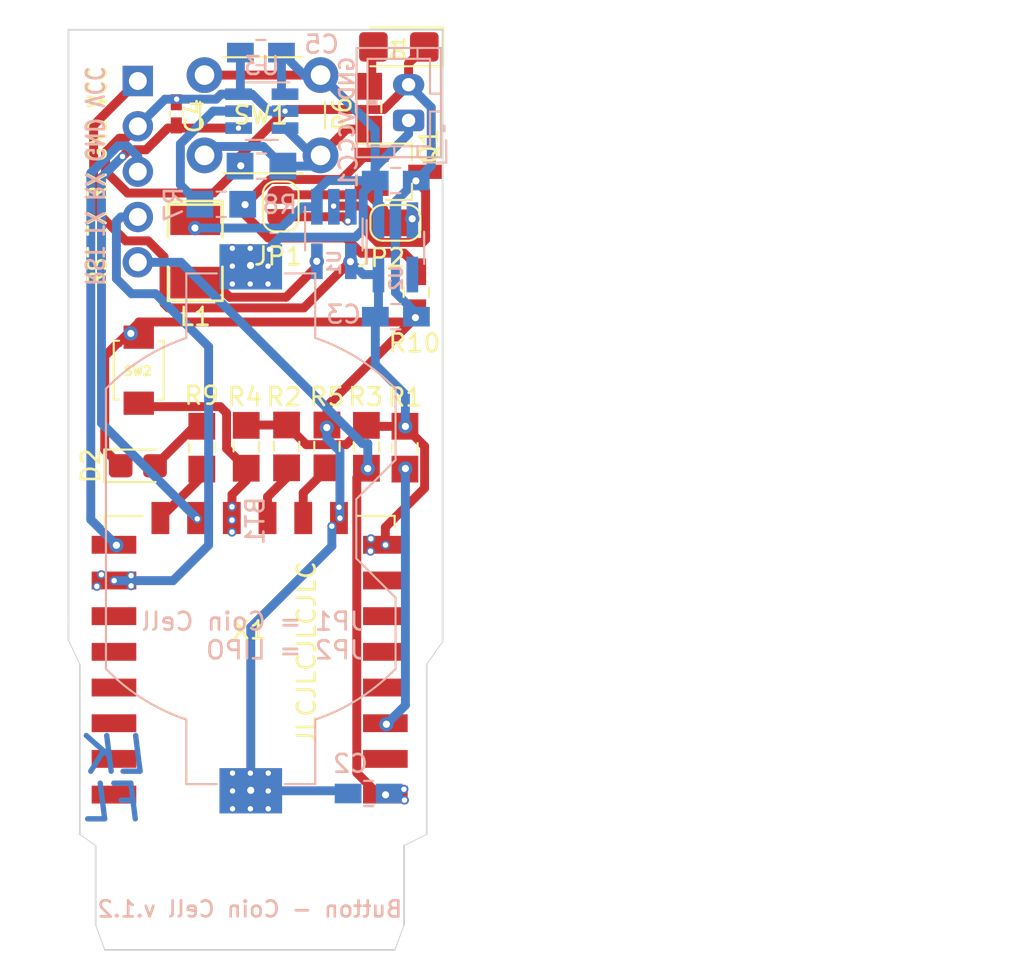
<source format=kicad_pcb>
(kicad_pcb (version 20171130) (host pcbnew "(5.1.9)-1")

  (general
    (thickness 1.6)
    (drawings 27)
    (tracks 256)
    (zones 0)
    (modules 30)
    (nets 22)
  )

  (page A4)
  (layers
    (0 F.Cu signal)
    (31 B.Cu signal)
    (32 B.Adhes user)
    (33 F.Adhes user)
    (34 B.Paste user)
    (35 F.Paste user)
    (36 B.SilkS user)
    (37 F.SilkS user hide)
    (38 B.Mask user)
    (39 F.Mask user hide)
    (40 Dwgs.User user)
    (41 Cmts.User user)
    (42 Eco1.User user)
    (43 Eco2.User user)
    (44 Edge.Cuts user)
    (45 Margin user)
    (46 B.CrtYd user hide)
    (47 F.CrtYd user hide)
    (48 B.Fab user hide)
    (49 F.Fab user)
  )

  (setup
    (last_trace_width 0.5)
    (user_trace_width 0.5)
    (trace_clearance 0.1)
    (zone_clearance 0.508)
    (zone_45_only no)
    (trace_min 0.2)
    (via_size 0.8)
    (via_drill 0.4)
    (via_min_size 0.4)
    (via_min_drill 0.3)
    (user_via 0.5 0.3)
    (uvia_size 0.3)
    (uvia_drill 0.1)
    (uvias_allowed no)
    (uvia_min_size 0.2)
    (uvia_min_drill 0.1)
    (edge_width 0.05)
    (segment_width 0.2)
    (pcb_text_width 0.3)
    (pcb_text_size 1.5 1.5)
    (mod_edge_width 0.12)
    (mod_text_size 1 1)
    (mod_text_width 0.15)
    (pad_size 1.524 1.524)
    (pad_drill 0.762)
    (pad_to_mask_clearance 0.051)
    (solder_mask_min_width 0.25)
    (aux_axis_origin 0 0)
    (visible_elements 7FFFFFFF)
    (pcbplotparams
      (layerselection 0x010fc_ffffffff)
      (usegerberextensions false)
      (usegerberattributes false)
      (usegerberadvancedattributes true)
      (creategerberjobfile false)
      (excludeedgelayer true)
      (linewidth 0.150000)
      (plotframeref false)
      (viasonmask false)
      (mode 1)
      (useauxorigin true)
      (hpglpennumber 1)
      (hpglpenspeed 20)
      (hpglpendiameter 15.000000)
      (psnegative false)
      (psa4output false)
      (plotreference true)
      (plotvalue true)
      (plotinvisibletext false)
      (padsonsilk false)
      (subtractmaskfromsilk false)
      (outputformat 1)
      (mirror false)
      (drillshape 0)
      (scaleselection 1)
      (outputdirectory "Gerber/"))
  )

  (net 0 "")
  (net 1 /VCC)
  (net 2 /GND)
  (net 3 /RST)
  (net 4 /RX)
  (net 5 /TX)
  (net 6 /EN)
  (net 7 /GPIO2)
  (net 8 /GPIO0)
  (net 9 "Net-(BT1-Pad1)")
  (net 10 "Net-(L1-Pad2)")
  (net 11 /GPIO15)
  (net 12 "Net-(R7-Pad2)")
  (net 13 "Net-(JP1-Pad2)")
  (net 14 "Net-(JP1-Pad1)")
  (net 15 "Net-(JP2-Pad1)")
  (net 16 /GPIO4)
  (net 17 "Net-(D2-Pad2)")
  (net 18 /GPIO5)
  (net 19 "Net-(D1-Pad2)")
  (net 20 "Net-(R6-Pad2)")
  (net 21 "Net-(Q1-Pad1)")

  (net_class Default "This is the default net class."
    (clearance 0.1)
    (trace_width 0.25)
    (via_dia 0.8)
    (via_drill 0.4)
    (uvia_dia 0.3)
    (uvia_drill 0.1)
    (add_net /EN)
    (add_net /GND)
    (add_net /GPIO0)
    (add_net /GPIO15)
    (add_net /GPIO2)
    (add_net /GPIO4)
    (add_net /GPIO5)
    (add_net /RST)
    (add_net /RX)
    (add_net /TX)
    (add_net /VCC)
    (add_net "Net-(BT1-Pad1)")
    (add_net "Net-(D1-Pad2)")
    (add_net "Net-(D2-Pad2)")
    (add_net "Net-(JP1-Pad1)")
    (add_net "Net-(JP1-Pad2)")
    (add_net "Net-(JP2-Pad1)")
    (add_net "Net-(L1-Pad2)")
    (add_net "Net-(Q1-Pad1)")
    (add_net "Net-(R6-Pad2)")
    (add_net "Net-(R7-Pad2)")
  )

  (module handsolder:SW_PUSH_6mm_H8mm_mod (layer F.Cu) (tedit 60353762) (tstamp 60326911)
    (at 123.19 53.34)
    (descr "tactile push button, 6x6mm e.g. PHAP33xx series, height=8mm")
    (tags "tact sw push 6mm")
    (path /602CFCB7)
    (fp_text reference SW1 (at 3.15 2.25) (layer F.SilkS)
      (effects (font (size 1 1) (thickness 0.15)))
    )
    (fp_text value SW_Push (at 3.75 6.7) (layer F.Fab)
      (effects (font (size 1 1) (thickness 0.15)))
    )
    (fp_text user %R (at 3.25 2.25) (layer F.Fab)
      (effects (font (size 1 1) (thickness 0.15)))
    )
    (fp_circle (center 3.25 2.25) (end 1.25 2.5) (layer F.Fab) (width 0.1))
    (fp_line (start 6.75 3) (end 6.75 1.5) (layer F.SilkS) (width 0.12))
    (fp_line (start 5.5 -1) (end 1 -1) (layer F.SilkS) (width 0.12))
    (fp_line (start -0.25 1.5) (end -0.25 3) (layer F.SilkS) (width 0.12))
    (fp_line (start 1 5.5) (end 5.5 5.5) (layer F.SilkS) (width 0.12))
    (fp_line (start 8 -1.25) (end 8 5.75) (layer F.CrtYd) (width 0.05))
    (fp_line (start 7.75 6) (end -1.25 6) (layer F.CrtYd) (width 0.05))
    (fp_line (start -1.5 5.75) (end -1.5 -1.25) (layer F.CrtYd) (width 0.05))
    (fp_line (start -1.25 -1.5) (end 7.75 -1.5) (layer F.CrtYd) (width 0.05))
    (fp_line (start -1.5 6) (end -1.25 6) (layer F.CrtYd) (width 0.05))
    (fp_line (start -1.5 5.75) (end -1.5 6) (layer F.CrtYd) (width 0.05))
    (fp_line (start -1.5 -1.5) (end -1.25 -1.5) (layer F.CrtYd) (width 0.05))
    (fp_line (start -1.5 -1.25) (end -1.5 -1.5) (layer F.CrtYd) (width 0.05))
    (fp_line (start 8 -1.5) (end 8 -1.25) (layer F.CrtYd) (width 0.05))
    (fp_line (start 7.75 -1.5) (end 8 -1.5) (layer F.CrtYd) (width 0.05))
    (fp_line (start 8 6) (end 8 5.75) (layer F.CrtYd) (width 0.05))
    (fp_line (start 7.75 6) (end 8 6) (layer F.CrtYd) (width 0.05))
    (fp_line (start 0.25 -0.75) (end 3.25 -0.75) (layer F.Fab) (width 0.1))
    (fp_line (start 0.25 5.25) (end 0.25 -0.75) (layer F.Fab) (width 0.1))
    (fp_line (start 6.25 5.25) (end 0.25 5.25) (layer F.Fab) (width 0.1))
    (fp_line (start 6.25 -0.75) (end 6.25 5.25) (layer F.Fab) (width 0.1))
    (fp_line (start 3.25 -0.75) (end 6.25 -0.75) (layer F.Fab) (width 0.1))
    (pad 1 thru_hole circle (at 6.5 0 90) (size 2 2) (drill 1.1) (layers *.Cu *.Mask)
      (net 9 "Net-(BT1-Pad1)"))
    (pad 2 thru_hole circle (at 6.5 4.5 90) (size 2 2) (drill 1.1) (layers *.Cu *.Mask)
      (net 20 "Net-(R6-Pad2)"))
    (pad 1 thru_hole circle (at 0 0 90) (size 2 2) (drill 1.1) (layers *.Cu *.Mask)
      (net 9 "Net-(BT1-Pad1)"))
    (pad 2 thru_hole circle (at 0 4.5 90) (size 2 2) (drill 1.1) (layers *.Cu *.Mask)
      (net 20 "Net-(R6-Pad2)"))
    (model ${KISYS3DMOD}/Button_Switch_THT.3dshapes/SW_PUSH_6mm_H8mm.wrl
      (at (xyz 0 0 0))
      (scale (xyz 1 1 1))
      (rotate (xyz 0 0 0))
    )
  )

  (module handsolder:SW_SPST_B3U-1000P_mod (layer F.Cu) (tedit 60353A91) (tstamp 6032692A)
    (at 119.507 69.8754 90)
    (descr "Ultra-small-sized Tactile Switch with High Contact Reliability, Top-actuated Model, without Ground Terminal, without Boss")
    (tags "Tactile Switch")
    (path /602CDBD4)
    (attr smd)
    (fp_text reference SW2 (at -0.05 -0.05) (layer F.SilkS)
      (effects (font (size 0.5 0.5) (thickness 0.125)))
    )
    (fp_text value SW_Push (at 0 2.5 90) (layer F.Fab)
      (effects (font (size 1 1) (thickness 0.15)))
    )
    (fp_text user %R (at 0 -2.5 90) (layer F.Fab)
      (effects (font (size 1 1) (thickness 0.15)))
    )
    (fp_circle (center 0 0) (end 0.75 0) (layer F.Fab) (width 0.1))
    (fp_line (start -1.5 1.25) (end -1.5 -1.25) (layer F.Fab) (width 0.1))
    (fp_line (start 1.5 1.25) (end -1.5 1.25) (layer F.Fab) (width 0.1))
    (fp_line (start 1.5 -1.25) (end 1.5 1.25) (layer F.Fab) (width 0.1))
    (fp_line (start -1.5 -1.25) (end 1.5 -1.25) (layer F.Fab) (width 0.1))
    (fp_line (start 1.65 -1.4) (end 1.65 -1.1) (layer F.SilkS) (width 0.12))
    (fp_line (start -1.65 -1.4) (end 1.65 -1.4) (layer F.SilkS) (width 0.12))
    (fp_line (start -1.65 -1.1) (end -1.65 -1.4) (layer F.SilkS) (width 0.12))
    (fp_line (start 1.65 1.4) (end 1.65 1.1) (layer F.SilkS) (width 0.12))
    (fp_line (start -1.65 1.4) (end 1.65 1.4) (layer F.SilkS) (width 0.12))
    (fp_line (start -1.65 1.1) (end -1.65 1.4) (layer F.SilkS) (width 0.12))
    (fp_line (start -2.5 -1.65) (end -2.5 1.65) (layer F.CrtYd) (width 0.05))
    (fp_line (start 2.5 -1.65) (end -2.5 -1.65) (layer F.CrtYd) (width 0.05))
    (fp_line (start 2.5 1.65) (end 2.5 -1.65) (layer F.CrtYd) (width 0.05))
    (fp_line (start -2.5 1.65) (end 2.5 1.65) (layer F.CrtYd) (width 0.05))
    (pad 2 smd rect (at 1.85 0 90) (size 1.3 1.7) (layers F.Cu F.Paste F.Mask)
      (net 2 /GND))
    (pad 1 smd rect (at -1.85 0 90) (size 1.3 1.7) (layers F.Cu F.Paste F.Mask)
      (net 8 /GPIO0))
    (model ${KISYS3DMOD}/Button_Switch_SMD.3dshapes/SW_SPST_B3U-1000P.wrl
      (at (xyz 0 0 0))
      (scale (xyz 1 1 1))
      (rotate (xyz 0 0 0))
    )
  )

  (module handsolder:PinSocket_1x05_P2.54mm_Vertical_mod (layer F.Cu) (tedit 603537B0) (tstamp 60326824)
    (at 119.4562 53.6702)
    (descr "Through hole straight socket strip, 1x05, 2.54mm pitch, single row (from Kicad 4.0.7), script generated")
    (tags "Through hole socket strip THT 1x05 2.54mm single row")
    (path /60301345)
    (fp_text reference J1 (at 0 -2.77) (layer F.SilkS) hide
      (effects (font (size 1 1) (thickness 0.15)))
    )
    (fp_text value Conn_01x05_Female (at 0 12.93) (layer F.Fab)
      (effects (font (size 1 1) (thickness 0.15)))
    )
    (fp_text user %R (at 0 5.08 90) (layer F.Fab)
      (effects (font (size 1 1) (thickness 0.15)))
    )
    (fp_line (start -1.8 11.9) (end -1.8 -1.8) (layer F.CrtYd) (width 0.05))
    (fp_line (start 1.75 11.9) (end -1.8 11.9) (layer F.CrtYd) (width 0.05))
    (fp_line (start 1.75 -1.8) (end 1.75 11.9) (layer F.CrtYd) (width 0.05))
    (fp_line (start -1.8 -1.8) (end 1.75 -1.8) (layer F.CrtYd) (width 0.05))
    (fp_line (start -1.27 11.43) (end -1.27 -1.27) (layer F.Fab) (width 0.1))
    (fp_line (start 1.27 11.43) (end -1.27 11.43) (layer F.Fab) (width 0.1))
    (fp_line (start 1.27 -0.635) (end 1.27 11.43) (layer F.Fab) (width 0.1))
    (fp_line (start 0.635 -1.27) (end 1.27 -0.635) (layer F.Fab) (width 0.1))
    (fp_line (start -1.27 -1.27) (end 0.635 -1.27) (layer F.Fab) (width 0.1))
    (pad 5 thru_hole oval (at 0 10.16) (size 1.7 1.7) (drill 1) (layers *.Cu *.Mask)
      (net 3 /RST))
    (pad 4 thru_hole oval (at 0 7.62) (size 1.7 1.7) (drill 1) (layers *.Cu *.Mask)
      (net 5 /TX))
    (pad 3 thru_hole oval (at 0 5.08) (size 1.7 1.7) (drill 1) (layers *.Cu *.Mask)
      (net 4 /RX))
    (pad 2 thru_hole oval (at 0 2.54) (size 1.7 1.7) (drill 1) (layers *.Cu *.Mask)
      (net 2 /GND))
    (pad 1 thru_hole rect (at 0 0) (size 1.7 1.7) (drill 1) (layers *.Cu *.Mask)
      (net 1 /VCC))
    (model ${KISYS3DMOD}/Connector_PinSocket_2.54mm.3dshapes/PinSocket_1x05_P2.54mm_Vertical.wrl
      (at (xyz 0 0 0))
      (scale (xyz 1 1 1))
      (rotate (xyz 0 0 0))
    )
  )

  (module handsolder:C_0805_2012handsodermod (layer B.Cu) (tedit 60004493) (tstamp 6034F110)
    (at 126.35 52.08 180)
    (descr "Capacitor SMD 0805 (2012 Metric), square (rectangular) end terminal, IPC_7351 nominal with elongated pad for handsoldering. (Body size source: https://docs.google.com/spreadsheets/d/1BsfQQcO9C6DZCsRaXUlFlo91Tg2WpOkGARC1WS5S8t0/edit?usp=sharing), generated with kicad-footprint-generator")
    (tags "capacitor handsolder")
    (path /60350256)
    (attr smd)
    (fp_text reference C5 (at -3.4 0.46) (layer B.SilkS)
      (effects (font (size 1 1) (thickness 0.15)) (justify mirror))
    )
    (fp_text value 100nF (at 0 -1.65) (layer B.Fab) hide
      (effects (font (size 1 1) (thickness 0.15)) (justify mirror))
    )
    (fp_line (start 2.05 -0.95) (end -2 -0.95) (layer B.CrtYd) (width 0.05))
    (fp_line (start 2.05 0.95) (end 2.05 -0.95) (layer B.CrtYd) (width 0.05))
    (fp_line (start -2 0.95) (end 2.05 0.95) (layer B.CrtYd) (width 0.05))
    (fp_line (start -2 -0.95) (end -2 0.95) (layer B.CrtYd) (width 0.05))
    (fp_line (start -0.261252 -0.71) (end 0.261252 -0.71) (layer B.SilkS) (width 0.12))
    (fp_line (start -0.261252 0.71) (end 0.261252 0.71) (layer B.SilkS) (width 0.12))
    (fp_line (start 1 -0.6) (end -1 -0.6) (layer B.Fab) (width 0.1))
    (fp_line (start 1 0.6) (end 1 -0.6) (layer B.Fab) (width 0.1))
    (fp_line (start -1 0.6) (end 1 0.6) (layer B.Fab) (width 0.1))
    (fp_line (start -1 -0.6) (end -1 0.6) (layer B.Fab) (width 0.1))
    (fp_text user %R (at 0 0) (layer B.Fab)
      (effects (font (size 0.5 0.5) (thickness 0.08)) (justify mirror))
    )
    (pad 2 smd rect (at 1.15 0 180) (size 1.5 1.1) (layers B.Cu B.Paste B.Mask)
      (net 2 /GND))
    (pad 1 smd rect (at -1.15 0 180) (size 1.5 1.1) (layers B.Cu B.Paste B.Mask)
      (net 9 "Net-(BT1-Pad1)"))
    (model ${KISYS3DMOD}/Capacitor_SMD.3dshapes/C_0805_2012Metric.wrl
      (at (xyz 0 0 0))
      (scale (xyz 1 1 1))
      (rotate (xyz 0 0 0))
    )
  )

  (module RF_Module:ESP-12E (layer F.Cu) (tedit 60343770) (tstamp 603269A6)
    (at 125.72 90.16 180)
    (descr "Wi-Fi Module, http://wiki.ai-thinker.com/_media/esp8266/docs/aithinker_esp_12f_datasheet_en.pdf")
    (tags "Wi-Fi Module")
    (path /602C0443)
    (attr smd)
    (fp_text reference X1 (at 0 5.715 180) (layer F.SilkS)
      (effects (font (size 1 1) (thickness 0.15)))
    )
    (fp_text value ESP-12E (at -0.06 -12.78 180) (layer F.Fab)
      (effects (font (size 1 1) (thickness 0.15)))
    )
    (fp_line (start 5.56 -4.8) (end 8.12 -7.36) (layer Dwgs.User) (width 0.12))
    (fp_line (start 2.56 -4.8) (end 8.12 -10.36) (layer Dwgs.User) (width 0.12))
    (fp_line (start -0.44 -4.8) (end 6.88 -12.12) (layer Dwgs.User) (width 0.12))
    (fp_line (start -3.44 -4.8) (end 3.88 -12.12) (layer Dwgs.User) (width 0.12))
    (fp_line (start -6.44 -4.8) (end 0.88 -12.12) (layer Dwgs.User) (width 0.12))
    (fp_line (start -8.12 -6.12) (end -2.12 -12.12) (layer Dwgs.User) (width 0.12))
    (fp_line (start -8.12 -9.12) (end -5.12 -12.12) (layer Dwgs.User) (width 0.12))
    (fp_line (start -8.12 -4.8) (end -8.12 -12.12) (layer Dwgs.User) (width 0.12))
    (fp_line (start 8.12 -4.8) (end -8.12 -4.8) (layer Dwgs.User) (width 0.12))
    (fp_line (start 8.12 -12.12) (end 8.12 -4.8) (layer Dwgs.User) (width 0.12))
    (fp_line (start -8.12 -12.12) (end 8.12 -12.12) (layer Dwgs.User) (width 0.12))
    (fp_line (start -8.12 12.12) (end -8.12 11.5) (layer F.SilkS) (width 0.12))
    (fp_line (start -6 12.12) (end -8.12 12.12) (layer F.SilkS) (width 0.12))
    (fp_line (start 8.12 12.12) (end 6 12.12) (layer F.SilkS) (width 0.12))
    (fp_line (start 8.12 11.5) (end 8.12 12.12) (layer F.SilkS) (width 0.12))
    (fp_line (start -9.05 13.1) (end -9.05 -12.2) (layer F.CrtYd) (width 0.05))
    (fp_line (start 9.05 13.1) (end -9.05 13.1) (layer F.CrtYd) (width 0.05))
    (fp_line (start 9.05 -12.2) (end 9.05 13.1) (layer F.CrtYd) (width 0.05))
    (fp_line (start -9.05 -12.2) (end 9.05 -12.2) (layer F.CrtYd) (width 0.05))
    (fp_line (start -8 -4) (end -8 -12) (layer F.Fab) (width 0.12))
    (fp_line (start -7.5 -3.5) (end -8 -4) (layer F.Fab) (width 0.12))
    (fp_line (start -8 -3) (end -7.5 -3.5) (layer F.Fab) (width 0.12))
    (fp_line (start -8 12) (end -8 -3) (layer F.Fab) (width 0.12))
    (fp_line (start 8 12) (end -8 12) (layer F.Fab) (width 0.12))
    (fp_line (start 8 -12) (end 8 12) (layer F.Fab) (width 0.12))
    (fp_line (start -8 -12) (end 8 -12) (layer F.Fab) (width 0.12))
    (fp_text user %R (at 0.49 -0.8 180) (layer F.Fab)
      (effects (font (size 1 1) (thickness 0.15)))
    )
    (fp_text user "KEEP-OUT ZONE" (at 0.03 -9.55) (layer Cmts.User)
      (effects (font (size 1 1) (thickness 0.15)))
    )
    (fp_text user Antenna (at -0.06 -7) (layer Cmts.User)
      (effects (font (size 1 1) (thickness 0.15)))
    )
    (pad 22 smd rect (at 7.6 -3.5 180) (size 2.5 1) (layers F.Cu F.Paste F.Mask))
    (pad 21 smd rect (at 7.6 -1.5 180) (size 2.5 1) (layers F.Cu F.Paste F.Mask))
    (pad 20 smd rect (at 7.6 0.5 180) (size 2.5 1) (layers F.Cu F.Paste F.Mask))
    (pad 19 smd rect (at 7.6 2.5 180) (size 2.5 1) (layers F.Cu F.Paste F.Mask))
    (pad 18 smd rect (at 7.6 4.5 180) (size 2.5 1) (layers F.Cu F.Paste F.Mask))
    (pad 17 smd rect (at 7.6 6.5 180) (size 2.5 1) (layers F.Cu F.Paste F.Mask))
    (pad 16 smd rect (at 7.6 8.5 180) (size 2.5 1) (layers F.Cu F.Paste F.Mask)
      (net 5 /TX))
    (pad 15 smd rect (at 7.6 10.5 180) (size 2.5 1) (layers F.Cu F.Paste F.Mask)
      (net 4 /RX))
    (pad 14 smd rect (at 5 12 180) (size 1 1.8) (layers F.Cu F.Paste F.Mask)
      (net 18 /GPIO5))
    (pad 13 smd rect (at 3 12 180) (size 1 1.8) (layers F.Cu F.Paste F.Mask)
      (net 16 /GPIO4))
    (pad 12 smd rect (at 1 12 180) (size 1 1.8) (layers F.Cu F.Paste F.Mask)
      (net 8 /GPIO0))
    (pad 11 smd rect (at -1 12 180) (size 1 1.8) (layers F.Cu F.Paste F.Mask)
      (net 7 /GPIO2))
    (pad 10 smd rect (at -3 12 180) (size 1 1.8) (layers F.Cu F.Paste F.Mask)
      (net 11 /GPIO15))
    (pad 9 smd rect (at -5 12 180) (size 1 1.8) (layers F.Cu F.Paste F.Mask)
      (net 2 /GND))
    (pad 8 smd rect (at -7.6 10.5 180) (size 2.5 1) (layers F.Cu F.Paste F.Mask)
      (net 1 /VCC))
    (pad 7 smd rect (at -7.6 8.5 180) (size 2.5 1) (layers F.Cu F.Paste F.Mask))
    (pad 6 smd rect (at -7.6 6.5 180) (size 2.5 1) (layers F.Cu F.Paste F.Mask))
    (pad 5 smd rect (at -7.6 4.5 180) (size 2.5 1) (layers F.Cu F.Paste F.Mask))
    (pad 4 smd rect (at -7.6 2.5 180) (size 2.5 1) (layers F.Cu F.Paste F.Mask))
    (pad 3 smd rect (at -7.6 0.5 180) (size 2.5 1) (layers F.Cu F.Paste F.Mask)
      (net 6 /EN))
    (pad 2 smd rect (at -7.6 -1.5 180) (size 2.5 1) (layers F.Cu F.Paste F.Mask))
    (pad 1 smd rect (at -7.6 -3.5 180) (size 2.5 1) (layers F.Cu F.Paste F.Mask)
      (net 3 /RST))
    (model ${KISYS3DMOD}/RF_Module.3dshapes/ESP-12E.wrl
      (at (xyz 0 0 0))
      (scale (xyz 1 1 1))
      (rotate (xyz 0 0 0))
    )
  )

  (module handsolder:C_0402_1005Metric_Pad0.74x0.62mm_HandSoldermod (layer F.Cu) (tedit 60342830) (tstamp 60343399)
    (at 121.61 55.51 90)
    (descr "Capacitor SMD 0402 (1005 Metric), square (rectangular) end terminal, IPC_7351 nominal with elongated pad for handsoldering. (Body size source: IPC-SM-782 page 76, https://www.pcb-3d.com/wordpress/wp-content/uploads/ipc-sm-782a_amendment_1_and_2.pdf), generated with kicad-footprint-generator")
    (tags "capacitor handsolder")
    (path /60346A52)
    (attr smd)
    (fp_text reference C4 (at -0.127 1.016 90) (layer F.SilkS)
      (effects (font (size 1 1) (thickness 0.15)))
    )
    (fp_text value 10nF-100nF (at 0 1.16 90) (layer F.Fab)
      (effects (font (size 1 1) (thickness 0.15)))
    )
    (fp_line (start -0.5 0.25) (end -0.5 -0.25) (layer F.Fab) (width 0.1))
    (fp_line (start -0.5 -0.25) (end 0.5 -0.25) (layer F.Fab) (width 0.1))
    (fp_line (start 0.5 -0.25) (end 0.5 0.25) (layer F.Fab) (width 0.1))
    (fp_line (start 0.5 0.25) (end -0.5 0.25) (layer F.Fab) (width 0.1))
    (fp_line (start -0.115835 -0.36) (end 0.115835 -0.36) (layer F.SilkS) (width 0.12))
    (fp_line (start -0.115835 0.36) (end 0.115835 0.36) (layer F.SilkS) (width 0.12))
    (fp_line (start -1.08 0.46) (end -1.08 -0.46) (layer F.CrtYd) (width 0.05))
    (fp_line (start -1.08 -0.46) (end 1.08 -0.46) (layer F.CrtYd) (width 0.05))
    (fp_line (start 1.08 -0.46) (end 1.08 0.46) (layer F.CrtYd) (width 0.05))
    (fp_line (start 1.08 0.46) (end -1.08 0.46) (layer F.CrtYd) (width 0.05))
    (fp_text user %R (at 0 0 90) (layer F.Fab)
      (effects (font (size 0.25 0.25) (thickness 0.04)))
    )
    (pad 2 smd rect (at 0.65 0 90) (size 0.9 0.62) (layers F.Cu F.Paste F.Mask)
      (net 2 /GND))
    (pad 1 smd rect (at -0.65 0 90) (size 0.9 0.62) (layers F.Cu F.Paste F.Mask)
      (net 16 /GPIO4))
    (model ${KISYS3DMOD}/Capacitor_SMD.3dshapes/C_0402_1005Metric.wrl
      (at (xyz 0 0 0))
      (scale (xyz 1 1 1))
      (rotate (xyz 0 0 0))
    )
  )

  (module Package_TO_SOT_SMD:SOT-23_Handsoldering (layer F.Cu) (tedit 5A0AB76C) (tstamp 6033F87B)
    (at 134.05 58.76)
    (descr "SOT-23, Handsoldering")
    (tags SOT-23)
    (path /60346E54)
    (attr smd)
    (fp_text reference Q1 (at 1.7 -1.45 270) (layer F.SilkS)
      (effects (font (size 1 1) (thickness 0.15)))
    )
    (fp_text value TSM2301ACX (at 0 2.5) (layer F.Fab)
      (effects (font (size 1 1) (thickness 0.15)))
    )
    (fp_line (start 0.76 1.58) (end -0.7 1.58) (layer F.SilkS) (width 0.12))
    (fp_line (start -0.7 1.52) (end 0.7 1.52) (layer F.Fab) (width 0.1))
    (fp_line (start 0.7 -1.52) (end 0.7 1.52) (layer F.Fab) (width 0.1))
    (fp_line (start -0.7 -0.95) (end -0.15 -1.52) (layer F.Fab) (width 0.1))
    (fp_line (start -0.15 -1.52) (end 0.7 -1.52) (layer F.Fab) (width 0.1))
    (fp_line (start -0.7 -0.95) (end -0.7 1.5) (layer F.Fab) (width 0.1))
    (fp_line (start 0.76 -1.58) (end -2.4 -1.58) (layer F.SilkS) (width 0.12))
    (fp_line (start -2.7 1.75) (end -2.7 -1.75) (layer F.CrtYd) (width 0.05))
    (fp_line (start 2.7 1.75) (end -2.7 1.75) (layer F.CrtYd) (width 0.05))
    (fp_line (start 2.7 -1.75) (end 2.7 1.75) (layer F.CrtYd) (width 0.05))
    (fp_line (start -2.7 -1.75) (end 2.7 -1.75) (layer F.CrtYd) (width 0.05))
    (fp_line (start 0.76 -1.58) (end 0.76 -0.65) (layer F.SilkS) (width 0.12))
    (fp_line (start 0.76 1.58) (end 0.76 0.65) (layer F.SilkS) (width 0.12))
    (fp_text user %R (at 0 0 90) (layer F.Fab)
      (effects (font (size 0.5 0.5) (thickness 0.075)))
    )
    (pad 3 smd rect (at 1.5 0) (size 1.9 0.8) (layers F.Cu F.Paste F.Mask)
      (net 2 /GND))
    (pad 2 smd rect (at -1.5 0.95) (size 1.9 0.8) (layers F.Cu F.Paste F.Mask)
      (net 13 "Net-(JP1-Pad2)"))
    (pad 1 smd rect (at -1.5 -0.95) (size 1.9 0.8) (layers F.Cu F.Paste F.Mask)
      (net 21 "Net-(Q1-Pad1)"))
    (model ${KISYS3DMOD}/Package_TO_SOT_SMD.3dshapes/SOT-23.wrl
      (at (xyz 0 0 0))
      (scale (xyz 1 1 1))
      (rotate (xyz 0 0 0))
    )
  )

  (module handsolder:C_0805_2012handsodermod (layer F.Cu) (tedit 60004493) (tstamp 6033F9AC)
    (at 135.05 65.51 90)
    (descr "Capacitor SMD 0805 (2012 Metric), square (rectangular) end terminal, IPC_7351 nominal with elongated pad for handsoldering. (Body size source: https://docs.google.com/spreadsheets/d/1BsfQQcO9C6DZCsRaXUlFlo91Tg2WpOkGARC1WS5S8t0/edit?usp=sharing), generated with kicad-footprint-generator")
    (tags "capacitor handsolder")
    (path /6034F22A)
    (attr smd)
    (fp_text reference R10 (at -2.85 -0.1 180) (layer F.SilkS)
      (effects (font (size 1 1) (thickness 0.15)))
    )
    (fp_text value 100k (at 0 1.65 90) (layer F.Fab) hide
      (effects (font (size 1 1) (thickness 0.15)))
    )
    (fp_line (start 2.05 0.95) (end -2 0.95) (layer F.CrtYd) (width 0.05))
    (fp_line (start 2.05 -0.95) (end 2.05 0.95) (layer F.CrtYd) (width 0.05))
    (fp_line (start -2 -0.95) (end 2.05 -0.95) (layer F.CrtYd) (width 0.05))
    (fp_line (start -2 0.95) (end -2 -0.95) (layer F.CrtYd) (width 0.05))
    (fp_line (start -0.261252 0.71) (end 0.261252 0.71) (layer F.SilkS) (width 0.12))
    (fp_line (start -0.261252 -0.71) (end 0.261252 -0.71) (layer F.SilkS) (width 0.12))
    (fp_line (start 1 0.6) (end -1 0.6) (layer F.Fab) (width 0.1))
    (fp_line (start 1 -0.6) (end 1 0.6) (layer F.Fab) (width 0.1))
    (fp_line (start -1 -0.6) (end 1 -0.6) (layer F.Fab) (width 0.1))
    (fp_line (start -1 0.6) (end -1 -0.6) (layer F.Fab) (width 0.1))
    (fp_text user %R (at 0 0 90) (layer F.Fab)
      (effects (font (size 0.5 0.5) (thickness 0.08)))
    )
    (pad 2 smd rect (at 1.15 0 90) (size 1.5 1.1) (layers F.Cu F.Paste F.Mask)
      (net 21 "Net-(Q1-Pad1)"))
    (pad 1 smd rect (at -1.15 0 90) (size 1.5 1.1) (layers F.Cu F.Paste F.Mask)
      (net 2 /GND))
    (model ${KISYS3DMOD}/Capacitor_SMD.3dshapes/C_0805_2012Metric.wrl
      (at (xyz 0 0 0))
      (scale (xyz 1 1 1))
      (rotate (xyz 0 0 0))
    )
  )

  (module handsolder:SMD-1210_Pol_inductor (layer F.Cu) (tedit 592F1991) (tstamp 60326859)
    (at 122.67 63.192 270)
    (tags "CMS SM")
    (path /602E234D)
    (attr smd)
    (fp_text reference L1 (at 3.683 0) (layer F.SilkS)
      (effects (font (size 1 1) (thickness 0.15)))
    )
    (fp_text value "4.7 uH" (at 0 0.762 90) (layer F.Fab)
      (effects (font (size 1 1) (thickness 0.15)))
    )
    (fp_line (start -2.794 1.524) (end -0.762 1.524) (layer F.SilkS) (width 0.15))
    (fp_line (start -2.594 -1.524) (end -2.594 1.524) (layer F.SilkS) (width 0.15))
    (fp_line (start -0.762 -1.524) (end -2.794 -1.524) (layer F.SilkS) (width 0.15))
    (fp_line (start 2.794 -1.524) (end 0.889 -1.524) (layer F.SilkS) (width 0.15))
    (fp_line (start 2.794 1.524) (end 2.794 -1.524) (layer F.SilkS) (width 0.15))
    (fp_line (start 0.889 1.524) (end 2.794 1.524) (layer F.SilkS) (width 0.15))
    (fp_line (start -2.794 -1.524) (end -2.794 1.524) (layer F.SilkS) (width 0.15))
    (pad 1 smd rect (at -1.778 0 270) (size 1.778 2.794) (layers F.Cu F.Paste F.Mask)
      (net 9 "Net-(BT1-Pad1)") (zone_connect 2))
    (pad 2 smd rect (at 1.778 0 270) (size 1.778 2.794) (layers F.Cu F.Paste F.Mask)
      (net 10 "Net-(L1-Pad2)"))
    (model SMD_Packages.3dshapes/SMD-1210_Pol.wrl
      (at (xyz 0 0 0))
      (scale (xyz 0.2 0.2 0.2))
      (rotate (xyz 0 0 0))
    )
  )

  (module handsolder:SOT-23-5_HandSolderingmod (layer B.Cu) (tedit 60023824) (tstamp 60329F06)
    (at 130.43408 62.27064 270)
    (descr "5-pin SOT23 package")
    (tags "SOT-23-5 hand-soldering")
    (path /6033543B)
    (attr smd)
    (fp_text reference U1 (at 1.58496 -0.02032 90) (layer B.SilkS)
      (effects (font (size 0.7 0.7) (thickness 0.15)) (justify mirror))
    )
    (fp_text value TPS61097A (at 10.287 -1.143 270) (layer B.SilkS) hide
      (effects (font (size 1 1) (thickness 0.15)) (justify mirror))
    )
    (fp_line (start 2.38 -1.8) (end -2.38 -1.8) (layer B.CrtYd) (width 0.05))
    (fp_line (start 2.38 -1.8) (end 2.38 1.8) (layer B.CrtYd) (width 0.05))
    (fp_line (start -2.38 1.8) (end -2.38 -1.8) (layer B.CrtYd) (width 0.05))
    (fp_line (start -2.38 1.8) (end 2.38 1.8) (layer B.CrtYd) (width 0.05))
    (fp_line (start 0.9 1.55) (end 0.9 -1.55) (layer B.Fab) (width 0.1))
    (fp_line (start 0.9 -1.55) (end -0.9 -1.55) (layer B.Fab) (width 0.1))
    (fp_line (start -0.9 0.9) (end -0.9 -1.55) (layer B.Fab) (width 0.1))
    (fp_line (start 0.9 1.55) (end -0.25 1.55) (layer B.Fab) (width 0.1))
    (fp_line (start -0.9 0.9) (end -0.25 1.55) (layer B.Fab) (width 0.1))
    (fp_line (start 0.9 1.61) (end -1.55 1.61) (layer B.SilkS) (width 0.12))
    (fp_line (start -0.9 -1.61) (end 0.9 -1.61) (layer B.SilkS) (width 0.12))
    (fp_text user %R (at 0 0) (layer B.Fab)
      (effects (font (size 0.5 0.5) (thickness 0.075)) (justify mirror))
    )
    (pad 5 smd rect (at 1.5 0.95 270) (size 2 0.65) (layers B.Cu B.Paste B.Mask)
      (net 10 "Net-(L1-Pad2)"))
    (pad 4 smd rect (at 1.5 -0.95 270) (size 2 0.65) (layers B.Cu B.Paste B.Mask)
      (net 1 /VCC))
    (pad 3 smd rect (at -1.55 -0.95 270) (size 2 0.65) (layers B.Cu B.Paste B.Mask)
      (net 14 "Net-(JP1-Pad1)"))
    (pad 2 smd trapezoid (at -1.55 0 270) (size 2 0.65) (layers B.Cu B.Paste B.Mask)
      (net 2 /GND))
    (pad 1 smd rect (at -1.55 0.95 270) (size 2 0.65) (layers B.Cu B.Paste B.Mask)
      (net 9 "Net-(BT1-Pad1)"))
    (model ${KISYS3DMOD}/Package_TO_SOT_SMD.3dshapes/SOT-23-5.wrl
      (at (xyz 0 0 0))
      (scale (xyz 1 1 1))
      (rotate (xyz 0 0 0))
    )
  )

  (module Jumper:SolderJumper-2_P1.3mm_Open_RoundedPad1.0x1.5mm (layer F.Cu) (tedit 6032783A) (tstamp 60326836)
    (at 127.46 60.7 90)
    (descr "SMD Solder Jumper, 1x1.5mm, rounded Pads, 0.3mm gap, open")
    (tags "solder jumper open")
    (path /6032A30E)
    (attr virtual)
    (fp_text reference JP1 (at -2.79 -0.14 180) (layer F.SilkS)
      (effects (font (size 1 1) (thickness 0.15)))
    )
    (fp_text value "Jumper Coin Cell" (at 0 1.9 90) (layer F.Fab)
      (effects (font (size 1 1) (thickness 0.15)))
    )
    (fp_line (start 1.4 1.1) (end -1.5 1.1) (layer F.CrtYd) (width 0.05))
    (fp_line (start 1.4 1.1) (end 1.4 -1.1) (layer F.CrtYd) (width 0.05))
    (fp_line (start -1.5 -1.1) (end -1.5 1.1) (layer F.CrtYd) (width 0.05))
    (fp_line (start -1.5 -1.1) (end 1.4 -1.1) (layer F.CrtYd) (width 0.05))
    (fp_line (start -0.7 -1) (end 0.7 -1) (layer F.SilkS) (width 0.12))
    (fp_line (start 1.4 -0.3) (end 1.4 0.3) (layer F.SilkS) (width 0.12))
    (fp_line (start 0.7 1) (end -0.7 1) (layer F.SilkS) (width 0.12))
    (fp_line (start -1.4 0.3) (end -1.4 -0.3) (layer F.SilkS) (width 0.12))
    (fp_arc (start -0.7 -0.3) (end -0.7 -1) (angle -90) (layer F.SilkS) (width 0.12))
    (fp_arc (start -0.7 0.3) (end -1.4 0.3) (angle -90) (layer F.SilkS) (width 0.12))
    (fp_arc (start 0.7 0.3) (end 0.7 1) (angle -90) (layer F.SilkS) (width 0.12))
    (fp_arc (start 0.7 -0.3) (end 1.4 -0.3) (angle -90) (layer F.SilkS) (width 0.12))
    (pad 2 smd custom (at 0.65 0 90) (size 1 0.5) (layers F.Cu F.Mask)
      (net 13 "Net-(JP1-Pad2)") (zone_connect 2)
      (options (clearance outline) (anchor rect))
      (primitives
        (gr_circle (center 0 0.25) (end 0.5 0.25) (width 0))
        (gr_circle (center 0 -0.25) (end 0.5 -0.25) (width 0))
        (gr_poly (pts
           (xy 0 -0.75) (xy -0.5 -0.75) (xy -0.5 0.75) (xy 0 0.75)) (width 0))
      ))
    (pad 1 smd custom (at -0.65 0 90) (size 1 0.5) (layers F.Cu F.Mask)
      (net 14 "Net-(JP1-Pad1)") (zone_connect 2)
      (options (clearance outline) (anchor rect))
      (primitives
        (gr_circle (center 0 0.25) (end 0.5 0.25) (width 0))
        (gr_circle (center 0 -0.25) (end 0.5 -0.25) (width 0))
        (gr_poly (pts
           (xy 0 -0.75) (xy 0.5 -0.75) (xy 0.5 0.75) (xy 0 0.75)) (width 0))
      ))
  )

  (module handsolder:C_0805_2012handsodermod (layer B.Cu) (tedit 60326176) (tstamp 603267C3)
    (at 133.9 59.25 180)
    (descr "Capacitor SMD 0805 (2012 Metric), square (rectangular) end terminal, IPC_7351 nominal with elongated pad for handsoldering. (Body size source: https://docs.google.com/spreadsheets/d/1BsfQQcO9C6DZCsRaXUlFlo91Tg2WpOkGARC1WS5S8t0/edit?usp=sharing), generated with kicad-footprint-generator")
    (tags "capacitor handsolder")
    (path /602D0C1F)
    (attr smd)
    (fp_text reference C1 (at 2.65 0.53 270) (layer B.SilkS)
      (effects (font (size 1 1) (thickness 0.15)) (justify mirror))
    )
    (fp_text value 10uF (at 0 -1.65 180) (layer B.Fab) hide
      (effects (font (size 1 1) (thickness 0.15)) (justify mirror))
    )
    (fp_line (start 2.05 -0.85) (end -2 -0.85) (layer B.CrtYd) (width 0.05))
    (fp_line (start 2.05 0.85) (end 2.05 -0.85) (layer B.CrtYd) (width 0.05))
    (fp_line (start -2 0.85) (end 2.05 0.85) (layer B.CrtYd) (width 0.05))
    (fp_line (start -2 -0.85) (end -2 0.85) (layer B.CrtYd) (width 0.05))
    (fp_line (start -0.261252 -0.71) (end 0.261252 -0.71) (layer B.SilkS) (width 0.12))
    (fp_line (start -0.261252 0.71) (end 0.261252 0.71) (layer B.SilkS) (width 0.12))
    (fp_line (start 1 -0.6) (end -1 -0.6) (layer B.Fab) (width 0.1))
    (fp_line (start 1 0.6) (end 1 -0.6) (layer B.Fab) (width 0.1))
    (fp_line (start -1 0.6) (end 1 0.6) (layer B.Fab) (width 0.1))
    (fp_line (start -1 -0.6) (end -1 0.6) (layer B.Fab) (width 0.1))
    (fp_text user %R (at 0 0 180) (layer B.Fab)
      (effects (font (size 0.5 0.5) (thickness 0.08)) (justify mirror))
    )
    (pad 2 smd rect (at 1.15 0 180) (size 1.5 1.1) (layers B.Cu B.Paste B.Mask)
      (net 9 "Net-(BT1-Pad1)"))
    (pad 1 smd rect (at -1.15 0 180) (size 1.5 1.1) (layers B.Cu B.Paste B.Mask)
      (net 2 /GND))
    (model ${KISYS3DMOD}/Capacitor_SMD.3dshapes/C_0805_2012Metric.wrl
      (at (xyz 0 0 0))
      (scale (xyz 1 1 1))
      (rotate (xyz 0 0 0))
    )
  )

  (module handsolder:SOT-23-6handsoldering (layer B.Cu) (tedit 600C9A10) (tstamp 6032696B)
    (at 126.4 55.36 180)
    (descr "6-pin SOT-23 package")
    (tags SOT-23-6)
    (path /6031B6A7)
    (attr smd)
    (fp_text reference U3 (at 0 2.54 180) (layer B.SilkS)
      (effects (font (size 1 1) (thickness 0.15)) (justify mirror))
    )
    (fp_text value TPL5111 (at 0 -2.9) (layer B.Fab)
      (effects (font (size 1 1) (thickness 0.15)) (justify mirror))
    )
    (fp_line (start 0.9 1.55) (end 0.9 -1.55) (layer B.Fab) (width 0.1))
    (fp_line (start 0.9 -1.55) (end -0.9 -1.55) (layer B.Fab) (width 0.1))
    (fp_line (start -0.9 0.9) (end -0.9 -1.55) (layer B.Fab) (width 0.1))
    (fp_line (start 0.9 1.55) (end -0.25 1.55) (layer B.Fab) (width 0.1))
    (fp_line (start -0.9 0.9) (end -0.25 1.55) (layer B.Fab) (width 0.1))
    (fp_line (start -1.9 1.8) (end -1.9 -1.8) (layer B.CrtYd) (width 0.05))
    (fp_line (start -1.9 -1.8) (end 1.9 -1.8) (layer B.CrtYd) (width 0.05))
    (fp_line (start 1.9 -1.8) (end 1.9 1.8) (layer B.CrtYd) (width 0.05))
    (fp_line (start 1.9 1.8) (end -1.9 1.8) (layer B.CrtYd) (width 0.05))
    (fp_line (start 0.9 1.61) (end -1.55 1.61) (layer B.SilkS) (width 0.12))
    (fp_line (start -0.9 -1.61) (end 0.9 -1.61) (layer B.SilkS) (width 0.12))
    (fp_text user %R (at 0 0 90) (layer B.Fab)
      (effects (font (size 0.5 0.5) (thickness 0.075)) (justify mirror))
    )
    (pad 5 smd rect (at 1.3 0 180) (size 1.5 0.65) (layers B.Cu B.Paste B.Mask)
      (net 12 "Net-(R7-Pad2)"))
    (pad 6 smd rect (at 1.3 0.95 180) (size 1.5 0.65) (layers B.Cu B.Paste B.Mask)
      (net 2 /GND))
    (pad 4 smd rect (at 1.3 -0.95 180) (size 1.5 0.65) (layers B.Cu B.Paste B.Mask)
      (net 16 /GPIO4))
    (pad 3 smd rect (at -1.3 -0.95 180) (size 1.5 0.65) (layers B.Cu B.Paste B.Mask)
      (net 20 "Net-(R6-Pad2)"))
    (pad 2 smd rect (at -1.3 0 180) (size 1.5 0.65) (layers B.Cu B.Paste B.Mask)
      (net 2 /GND))
    (pad 1 smd rect (at -1.3 0.95 180) (size 1.5 0.65) (layers B.Cu B.Paste B.Mask)
      (net 9 "Net-(BT1-Pad1)"))
    (model ${KISYS3DMOD}/Package_TO_SOT_SMD.3dshapes/SOT-23-6.wrl
      (at (xyz 0 0 0))
      (scale (xyz 1 1 1))
      (rotate (xyz 0 0 0))
    )
  )

  (module handsolder:SOT-23-5_HandSolderingmod (layer B.Cu) (tedit 60023824) (tstamp 60326955)
    (at 133.8834 63.0174 270)
    (descr "5-pin SOT23 package")
    (tags "SOT-23-5 hand-soldering")
    (path /602F5FBE)
    (attr smd)
    (fp_text reference U2 (at 1.69164 -0.04064 270) (layer B.SilkS)
      (effects (font (size 0.7 0.7) (thickness 0.15)) (justify mirror))
    )
    (fp_text value AP2112K-3.3 (at 7.62 -1.27 270) (layer B.SilkS) hide
      (effects (font (size 1 1) (thickness 0.15)) (justify mirror))
    )
    (fp_line (start 2.38 -1.8) (end -2.38 -1.8) (layer B.CrtYd) (width 0.05))
    (fp_line (start 2.38 -1.8) (end 2.38 1.8) (layer B.CrtYd) (width 0.05))
    (fp_line (start -2.38 1.8) (end -2.38 -1.8) (layer B.CrtYd) (width 0.05))
    (fp_line (start -2.38 1.8) (end 2.38 1.8) (layer B.CrtYd) (width 0.05))
    (fp_line (start 0.9 1.55) (end 0.9 -1.55) (layer B.Fab) (width 0.1))
    (fp_line (start 0.9 -1.55) (end -0.9 -1.55) (layer B.Fab) (width 0.1))
    (fp_line (start -0.9 0.9) (end -0.9 -1.55) (layer B.Fab) (width 0.1))
    (fp_line (start 0.9 1.55) (end -0.25 1.55) (layer B.Fab) (width 0.1))
    (fp_line (start -0.9 0.9) (end -0.25 1.55) (layer B.Fab) (width 0.1))
    (fp_line (start 0.9 1.61) (end -1.55 1.61) (layer B.SilkS) (width 0.12))
    (fp_line (start -0.9 -1.61) (end 0.9 -1.61) (layer B.SilkS) (width 0.12))
    (fp_text user %R (at 0 0) (layer B.Fab)
      (effects (font (size 0.5 0.5) (thickness 0.075)) (justify mirror))
    )
    (pad 5 smd rect (at 1.5 0.95 270) (size 2 0.65) (layers B.Cu B.Paste B.Mask)
      (net 1 /VCC))
    (pad 4 smd rect (at 1.5 -0.95 270) (size 2 0.65) (layers B.Cu B.Paste B.Mask))
    (pad 3 smd rect (at -1.55 -0.95 270) (size 2 0.65) (layers B.Cu B.Paste B.Mask)
      (net 15 "Net-(JP2-Pad1)"))
    (pad 2 smd trapezoid (at -1.55 0 270) (size 2 0.65) (layers B.Cu B.Paste B.Mask)
      (net 2 /GND))
    (pad 1 smd rect (at -1.55 0.95 270) (size 2 0.65) (layers B.Cu B.Paste B.Mask)
      (net 9 "Net-(BT1-Pad1)"))
    (model ${KISYS3DMOD}/Package_TO_SOT_SMD.3dshapes/SOT-23-5.wrl
      (at (xyz 0 0 0))
      (scale (xyz 1 1 1))
      (rotate (xyz 0 0 0))
    )
  )

  (module handsolder:R_0805_2012handsoldermod (layer F.Cu) (tedit 60004565) (tstamp 603268F2)
    (at 123.0376 74.2188 270)
    (descr "Resistor SMD 0805 (2012 Metric), square (rectangular) end terminal, IPC_7351 nominal with elongated pad for handsoldering. (Body size source: https://docs.google.com/spreadsheets/d/1BsfQQcO9C6DZCsRaXUlFlo91Tg2WpOkGARC1WS5S8t0/edit?usp=sharing), generated with kicad-footprint-generator")
    (tags "resistor handsolder")
    (path /60325E7B)
    (attr smd)
    (fp_text reference R9 (at -2.921 0) (layer F.SilkS)
      (effects (font (size 1 1) (thickness 0.15)))
    )
    (fp_text value 1k (at 0 1.65 270) (layer F.Fab) hide
      (effects (font (size 1 1) (thickness 0.15)))
    )
    (fp_line (start 2.05 0.95) (end -2.05 0.95) (layer F.CrtYd) (width 0.05))
    (fp_line (start 2.05 -0.95) (end 2.05 0.95) (layer F.CrtYd) (width 0.05))
    (fp_line (start -2.05 -0.95) (end 2.05 -0.95) (layer F.CrtYd) (width 0.05))
    (fp_line (start -2.05 0.95) (end -2.05 -0.95) (layer F.CrtYd) (width 0.05))
    (fp_line (start -0.261252 0.71) (end 0.261252 0.71) (layer F.SilkS) (width 0.12))
    (fp_line (start -0.261252 -0.71) (end 0.261252 -0.71) (layer F.SilkS) (width 0.12))
    (fp_line (start 1 0.6) (end -1 0.6) (layer F.Fab) (width 0.1))
    (fp_line (start 1 -0.6) (end 1 0.6) (layer F.Fab) (width 0.1))
    (fp_line (start -1 -0.6) (end 1 -0.6) (layer F.Fab) (width 0.1))
    (fp_line (start -1 0.6) (end -1 -0.6) (layer F.Fab) (width 0.1))
    (fp_text user %R (at 0 0 270) (layer F.Fab)
      (effects (font (size 0.5 0.5) (thickness 0.08)))
    )
    (pad 2 smd rect (at 1.2 0 270) (size 1.5 1.5) (layers F.Cu F.Paste F.Mask)
      (net 18 /GPIO5))
    (pad 1 smd rect (at -1.2 0 270) (size 1.5 1.5) (layers F.Cu F.Paste F.Mask)
      (net 17 "Net-(D2-Pad2)"))
    (model ${KISYS3DMOD}/Resistor_SMD.3dshapes/R_0805_2012Metric.wrl
      (at (xyz 0 0 0))
      (scale (xyz 1 1 1))
      (rotate (xyz 0 0 0))
    )
  )

  (module handsolder:R_0805_2012handsoldermod (layer B.Cu) (tedit 60004565) (tstamp 603268E1)
    (at 126.38 58.44 180)
    (descr "Resistor SMD 0805 (2012 Metric), square (rectangular) end terminal, IPC_7351 nominal with elongated pad for handsoldering. (Body size source: https://docs.google.com/spreadsheets/d/1BsfQQcO9C6DZCsRaXUlFlo91Tg2WpOkGARC1WS5S8t0/edit?usp=sharing), generated with kicad-footprint-generator")
    (tags "resistor handsolder")
    (path /6031EA78)
    (attr smd)
    (fp_text reference R8 (at -1.02 -2.16) (layer B.SilkS)
      (effects (font (size 1 1) (thickness 0.15)) (justify mirror))
    )
    (fp_text value 10k (at 0 -1.65) (layer B.Fab) hide
      (effects (font (size 1 1) (thickness 0.15)) (justify mirror))
    )
    (fp_line (start 2.05 -0.95) (end -2.05 -0.95) (layer B.CrtYd) (width 0.05))
    (fp_line (start 2.05 0.95) (end 2.05 -0.95) (layer B.CrtYd) (width 0.05))
    (fp_line (start -2.05 0.95) (end 2.05 0.95) (layer B.CrtYd) (width 0.05))
    (fp_line (start -2.05 -0.95) (end -2.05 0.95) (layer B.CrtYd) (width 0.05))
    (fp_line (start -0.261252 -0.71) (end 0.261252 -0.71) (layer B.SilkS) (width 0.12))
    (fp_line (start -0.261252 0.71) (end 0.261252 0.71) (layer B.SilkS) (width 0.12))
    (fp_line (start 1 -0.6) (end -1 -0.6) (layer B.Fab) (width 0.1))
    (fp_line (start 1 0.6) (end 1 -0.6) (layer B.Fab) (width 0.1))
    (fp_line (start -1 0.6) (end 1 0.6) (layer B.Fab) (width 0.1))
    (fp_line (start -1 -0.6) (end -1 0.6) (layer B.Fab) (width 0.1))
    (fp_text user %R (at 0 0) (layer B.Fab)
      (effects (font (size 0.5 0.5) (thickness 0.08)) (justify mirror))
    )
    (pad 2 smd rect (at 1.2 0 180) (size 1.5 1.5) (layers B.Cu B.Paste B.Mask)
      (net 2 /GND))
    (pad 1 smd rect (at -1.2 0 180) (size 1.5 1.5) (layers B.Cu B.Paste B.Mask)
      (net 20 "Net-(R6-Pad2)"))
    (model ${KISYS3DMOD}/Resistor_SMD.3dshapes/R_0805_2012Metric.wrl
      (at (xyz 0 0 0))
      (scale (xyz 1 1 1))
      (rotate (xyz 0 0 0))
    )
  )

  (module handsolder:R_0805_2012handsoldermod (layer B.Cu) (tedit 60004565) (tstamp 603268D0)
    (at 124.1298 60.579 180)
    (descr "Resistor SMD 0805 (2012 Metric), square (rectangular) end terminal, IPC_7351 nominal with elongated pad for handsoldering. (Body size source: https://docs.google.com/spreadsheets/d/1BsfQQcO9C6DZCsRaXUlFlo91Tg2WpOkGARC1WS5S8t0/edit?usp=sharing), generated with kicad-footprint-generator")
    (tags "resistor handsolder")
    (path /602F7A06)
    (attr smd)
    (fp_text reference R7 (at 2.667 0 90) (layer B.SilkS)
      (effects (font (size 1 1) (thickness 0.15)) (justify mirror))
    )
    (fp_text value 10k (at 0 -1.65) (layer B.Fab) hide
      (effects (font (size 1 1) (thickness 0.15)) (justify mirror))
    )
    (fp_line (start 2.05 -0.95) (end -2.05 -0.95) (layer B.CrtYd) (width 0.05))
    (fp_line (start 2.05 0.95) (end 2.05 -0.95) (layer B.CrtYd) (width 0.05))
    (fp_line (start -2.05 0.95) (end 2.05 0.95) (layer B.CrtYd) (width 0.05))
    (fp_line (start -2.05 -0.95) (end -2.05 0.95) (layer B.CrtYd) (width 0.05))
    (fp_line (start -0.261252 -0.71) (end 0.261252 -0.71) (layer B.SilkS) (width 0.12))
    (fp_line (start -0.261252 0.71) (end 0.261252 0.71) (layer B.SilkS) (width 0.12))
    (fp_line (start 1 -0.6) (end -1 -0.6) (layer B.Fab) (width 0.1))
    (fp_line (start 1 0.6) (end 1 -0.6) (layer B.Fab) (width 0.1))
    (fp_line (start -1 0.6) (end 1 0.6) (layer B.Fab) (width 0.1))
    (fp_line (start -1 -0.6) (end -1 0.6) (layer B.Fab) (width 0.1))
    (fp_text user %R (at 0 0) (layer B.Fab)
      (effects (font (size 0.5 0.5) (thickness 0.08)) (justify mirror))
    )
    (pad 2 smd rect (at 1.2 0 180) (size 1.5 1.5) (layers B.Cu B.Paste B.Mask)
      (net 12 "Net-(R7-Pad2)"))
    (pad 1 smd rect (at -1.2 0 180) (size 1.5 1.5) (layers B.Cu B.Paste B.Mask)
      (net 21 "Net-(Q1-Pad1)"))
    (model ${KISYS3DMOD}/Resistor_SMD.3dshapes/R_0805_2012Metric.wrl
      (at (xyz 0 0 0))
      (scale (xyz 1 1 1))
      (rotate (xyz 0 0 0))
    )
  )

  (module handsolder:R_0805_2012handsoldermod (layer F.Cu) (tedit 60004565) (tstamp 603268BF)
    (at 132.3848 55.1688 270)
    (descr "Resistor SMD 0805 (2012 Metric), square (rectangular) end terminal, IPC_7351 nominal with elongated pad for handsoldering. (Body size source: https://docs.google.com/spreadsheets/d/1BsfQQcO9C6DZCsRaXUlFlo91Tg2WpOkGARC1WS5S8t0/edit?usp=sharing), generated with kicad-footprint-generator")
    (tags "resistor handsolder")
    (path /602D454A)
    (attr smd)
    (fp_text reference R6 (at 0.3512 1.4848 270) (layer F.SilkS)
      (effects (font (size 1 1) (thickness 0.15)))
    )
    (fp_text value 1k (at 0 1.65 90) (layer F.Fab) hide
      (effects (font (size 1 1) (thickness 0.15)))
    )
    (fp_line (start 2.05 0.95) (end -2.05 0.95) (layer F.CrtYd) (width 0.05))
    (fp_line (start 2.05 -0.95) (end 2.05 0.95) (layer F.CrtYd) (width 0.05))
    (fp_line (start -2.05 -0.95) (end 2.05 -0.95) (layer F.CrtYd) (width 0.05))
    (fp_line (start -2.05 0.95) (end -2.05 -0.95) (layer F.CrtYd) (width 0.05))
    (fp_line (start -0.261252 0.71) (end 0.261252 0.71) (layer F.SilkS) (width 0.12))
    (fp_line (start -0.261252 -0.71) (end 0.261252 -0.71) (layer F.SilkS) (width 0.12))
    (fp_line (start 1 0.6) (end -1 0.6) (layer F.Fab) (width 0.1))
    (fp_line (start 1 -0.6) (end 1 0.6) (layer F.Fab) (width 0.1))
    (fp_line (start -1 -0.6) (end 1 -0.6) (layer F.Fab) (width 0.1))
    (fp_line (start -1 0.6) (end -1 -0.6) (layer F.Fab) (width 0.1))
    (fp_text user %R (at 0 0 90) (layer F.Fab)
      (effects (font (size 0.5 0.5) (thickness 0.08)))
    )
    (pad 2 smd rect (at 1.2 0 270) (size 1.5 1.5) (layers F.Cu F.Paste F.Mask)
      (net 20 "Net-(R6-Pad2)"))
    (pad 1 smd rect (at -1.2 0 270) (size 1.5 1.5) (layers F.Cu F.Paste F.Mask)
      (net 19 "Net-(D1-Pad2)"))
    (model ${KISYS3DMOD}/Resistor_SMD.3dshapes/R_0805_2012Metric.wrl
      (at (xyz 0 0 0))
      (scale (xyz 1 1 1))
      (rotate (xyz 0 0 0))
    )
  )

  (module handsolder:R_0805_2012handsoldermod (layer F.Cu) (tedit 60004565) (tstamp 603268AE)
    (at 130.048 74.1488 270)
    (descr "Resistor SMD 0805 (2012 Metric), square (rectangular) end terminal, IPC_7351 nominal with elongated pad for handsoldering. (Body size source: https://docs.google.com/spreadsheets/d/1BsfQQcO9C6DZCsRaXUlFlo91Tg2WpOkGARC1WS5S8t0/edit?usp=sharing), generated with kicad-footprint-generator")
    (tags "resistor handsolder")
    (path /602CA91E)
    (attr smd)
    (fp_text reference R5 (at -2.7748 0 180) (layer F.SilkS)
      (effects (font (size 1 1) (thickness 0.15)))
    )
    (fp_text value 4.7k (at 0 1.65 90) (layer F.Fab) hide
      (effects (font (size 1 1) (thickness 0.15)))
    )
    (fp_line (start 2.05 0.95) (end -2.05 0.95) (layer F.CrtYd) (width 0.05))
    (fp_line (start 2.05 -0.95) (end 2.05 0.95) (layer F.CrtYd) (width 0.05))
    (fp_line (start -2.05 -0.95) (end 2.05 -0.95) (layer F.CrtYd) (width 0.05))
    (fp_line (start -2.05 0.95) (end -2.05 -0.95) (layer F.CrtYd) (width 0.05))
    (fp_line (start -0.261252 0.71) (end 0.261252 0.71) (layer F.SilkS) (width 0.12))
    (fp_line (start -0.261252 -0.71) (end 0.261252 -0.71) (layer F.SilkS) (width 0.12))
    (fp_line (start 1 0.6) (end -1 0.6) (layer F.Fab) (width 0.1))
    (fp_line (start 1 -0.6) (end 1 0.6) (layer F.Fab) (width 0.1))
    (fp_line (start -1 -0.6) (end 1 -0.6) (layer F.Fab) (width 0.1))
    (fp_line (start -1 0.6) (end -1 -0.6) (layer F.Fab) (width 0.1))
    (fp_text user %R (at 0 0 90) (layer F.Fab)
      (effects (font (size 0.5 0.5) (thickness 0.08)))
    )
    (pad 2 smd rect (at 1.2 0 270) (size 1.5 1.5) (layers F.Cu F.Paste F.Mask)
      (net 11 /GPIO15))
    (pad 1 smd rect (at -1.2 0 270) (size 1.5 1.5) (layers F.Cu F.Paste F.Mask)
      (net 2 /GND))
    (model ${KISYS3DMOD}/Resistor_SMD.3dshapes/R_0805_2012Metric.wrl
      (at (xyz 0 0 0))
      (scale (xyz 1 1 1))
      (rotate (xyz 0 0 0))
    )
  )

  (module handsolder:R_0805_2012handsoldermod (layer F.Cu) (tedit 60004565) (tstamp 6032689D)
    (at 125.5268 74.168 270)
    (descr "Resistor SMD 0805 (2012 Metric), square (rectangular) end terminal, IPC_7351 nominal with elongated pad for handsoldering. (Body size source: https://docs.google.com/spreadsheets/d/1BsfQQcO9C6DZCsRaXUlFlo91Tg2WpOkGARC1WS5S8t0/edit?usp=sharing), generated with kicad-footprint-generator")
    (tags "resistor handsolder")
    (path /602CA541)
    (attr smd)
    (fp_text reference R4 (at -2.794 0.0762 180) (layer F.SilkS)
      (effects (font (size 1 1) (thickness 0.15)))
    )
    (fp_text value 10k (at 0 1.65 90) (layer F.Fab) hide
      (effects (font (size 1 1) (thickness 0.15)))
    )
    (fp_line (start 2.05 0.95) (end -2.05 0.95) (layer F.CrtYd) (width 0.05))
    (fp_line (start 2.05 -0.95) (end 2.05 0.95) (layer F.CrtYd) (width 0.05))
    (fp_line (start -2.05 -0.95) (end 2.05 -0.95) (layer F.CrtYd) (width 0.05))
    (fp_line (start -2.05 0.95) (end -2.05 -0.95) (layer F.CrtYd) (width 0.05))
    (fp_line (start -0.261252 0.71) (end 0.261252 0.71) (layer F.SilkS) (width 0.12))
    (fp_line (start -0.261252 -0.71) (end 0.261252 -0.71) (layer F.SilkS) (width 0.12))
    (fp_line (start 1 0.6) (end -1 0.6) (layer F.Fab) (width 0.1))
    (fp_line (start 1 -0.6) (end 1 0.6) (layer F.Fab) (width 0.1))
    (fp_line (start -1 -0.6) (end 1 -0.6) (layer F.Fab) (width 0.1))
    (fp_line (start -1 0.6) (end -1 -0.6) (layer F.Fab) (width 0.1))
    (fp_text user %R (at 0 0 90) (layer F.Fab)
      (effects (font (size 0.5 0.5) (thickness 0.08)))
    )
    (pad 2 smd rect (at 1.2 0 270) (size 1.5 1.5) (layers F.Cu F.Paste F.Mask)
      (net 8 /GPIO0))
    (pad 1 smd rect (at -1.2 0 270) (size 1.5 1.5) (layers F.Cu F.Paste F.Mask)
      (net 1 /VCC))
    (model ${KISYS3DMOD}/Resistor_SMD.3dshapes/R_0805_2012Metric.wrl
      (at (xyz 0 0 0))
      (scale (xyz 1 1 1))
      (rotate (xyz 0 0 0))
    )
  )

  (module handsolder:R_0805_2012handsoldermod (layer F.Cu) (tedit 60004565) (tstamp 6032688C)
    (at 132.2578 74.168 270)
    (descr "Resistor SMD 0805 (2012 Metric), square (rectangular) end terminal, IPC_7351 nominal with elongated pad for handsoldering. (Body size source: https://docs.google.com/spreadsheets/d/1BsfQQcO9C6DZCsRaXUlFlo91Tg2WpOkGARC1WS5S8t0/edit?usp=sharing), generated with kicad-footprint-generator")
    (tags "resistor handsolder")
    (path /602C7954)
    (attr smd)
    (fp_text reference R3 (at -2.794 0.0508 180) (layer F.SilkS)
      (effects (font (size 1 1) (thickness 0.15)))
    )
    (fp_text value 10k (at 0 1.65 90) (layer F.Fab) hide
      (effects (font (size 1 1) (thickness 0.15)))
    )
    (fp_line (start 2.05 0.95) (end -2.05 0.95) (layer F.CrtYd) (width 0.05))
    (fp_line (start 2.05 -0.95) (end 2.05 0.95) (layer F.CrtYd) (width 0.05))
    (fp_line (start -2.05 -0.95) (end 2.05 -0.95) (layer F.CrtYd) (width 0.05))
    (fp_line (start -2.05 0.95) (end -2.05 -0.95) (layer F.CrtYd) (width 0.05))
    (fp_line (start -0.261252 0.71) (end 0.261252 0.71) (layer F.SilkS) (width 0.12))
    (fp_line (start -0.261252 -0.71) (end 0.261252 -0.71) (layer F.SilkS) (width 0.12))
    (fp_line (start 1 0.6) (end -1 0.6) (layer F.Fab) (width 0.1))
    (fp_line (start 1 -0.6) (end 1 0.6) (layer F.Fab) (width 0.1))
    (fp_line (start -1 -0.6) (end 1 -0.6) (layer F.Fab) (width 0.1))
    (fp_line (start -1 0.6) (end -1 -0.6) (layer F.Fab) (width 0.1))
    (fp_text user %R (at 0 0 90) (layer F.Fab)
      (effects (font (size 0.5 0.5) (thickness 0.08)))
    )
    (pad 2 smd rect (at 1.2 0 270) (size 1.5 1.5) (layers F.Cu F.Paste F.Mask)
      (net 3 /RST))
    (pad 1 smd rect (at -1.2 0 270) (size 1.5 1.5) (layers F.Cu F.Paste F.Mask)
      (net 1 /VCC))
    (model ${KISYS3DMOD}/Resistor_SMD.3dshapes/R_0805_2012Metric.wrl
      (at (xyz 0 0 0))
      (scale (xyz 1 1 1))
      (rotate (xyz 0 0 0))
    )
  )

  (module handsolder:R_0805_2012handsoldermod (layer F.Cu) (tedit 60004565) (tstamp 6032687B)
    (at 127.7874 74.1488 270)
    (descr "Resistor SMD 0805 (2012 Metric), square (rectangular) end terminal, IPC_7351 nominal with elongated pad for handsoldering. (Body size source: https://docs.google.com/spreadsheets/d/1BsfQQcO9C6DZCsRaXUlFlo91Tg2WpOkGARC1WS5S8t0/edit?usp=sharing), generated with kicad-footprint-generator")
    (tags "resistor handsolder")
    (path /602CC605)
    (attr smd)
    (fp_text reference R2 (at -2.7748 0.1524 180) (layer F.SilkS)
      (effects (font (size 1 1) (thickness 0.15)))
    )
    (fp_text value 10k (at 0 1.65 90) (layer F.Fab) hide
      (effects (font (size 1 1) (thickness 0.15)))
    )
    (fp_line (start 2.05 0.95) (end -2.05 0.95) (layer F.CrtYd) (width 0.05))
    (fp_line (start 2.05 -0.95) (end 2.05 0.95) (layer F.CrtYd) (width 0.05))
    (fp_line (start -2.05 -0.95) (end 2.05 -0.95) (layer F.CrtYd) (width 0.05))
    (fp_line (start -2.05 0.95) (end -2.05 -0.95) (layer F.CrtYd) (width 0.05))
    (fp_line (start -0.261252 0.71) (end 0.261252 0.71) (layer F.SilkS) (width 0.12))
    (fp_line (start -0.261252 -0.71) (end 0.261252 -0.71) (layer F.SilkS) (width 0.12))
    (fp_line (start 1 0.6) (end -1 0.6) (layer F.Fab) (width 0.1))
    (fp_line (start 1 -0.6) (end 1 0.6) (layer F.Fab) (width 0.1))
    (fp_line (start -1 -0.6) (end 1 -0.6) (layer F.Fab) (width 0.1))
    (fp_line (start -1 0.6) (end -1 -0.6) (layer F.Fab) (width 0.1))
    (fp_text user %R (at 0 0 90) (layer F.Fab)
      (effects (font (size 0.5 0.5) (thickness 0.08)))
    )
    (pad 2 smd rect (at 1.2 0 270) (size 1.5 1.5) (layers F.Cu F.Paste F.Mask)
      (net 7 /GPIO2))
    (pad 1 smd rect (at -1.2 0 270) (size 1.5 1.5) (layers F.Cu F.Paste F.Mask)
      (net 1 /VCC))
    (model ${KISYS3DMOD}/Resistor_SMD.3dshapes/R_0805_2012Metric.wrl
      (at (xyz 0 0 0))
      (scale (xyz 1 1 1))
      (rotate (xyz 0 0 0))
    )
  )

  (module handsolder:R_0805_2012handsoldermod (layer F.Cu) (tedit 60004565) (tstamp 6032686A)
    (at 134.4168 74.2188 270)
    (descr "Resistor SMD 0805 (2012 Metric), square (rectangular) end terminal, IPC_7351 nominal with elongated pad for handsoldering. (Body size source: https://docs.google.com/spreadsheets/d/1BsfQQcO9C6DZCsRaXUlFlo91Tg2WpOkGARC1WS5S8t0/edit?usp=sharing), generated with kicad-footprint-generator")
    (tags "resistor handsolder")
    (path /602C727C)
    (attr smd)
    (fp_text reference R1 (at -2.8194 0 180) (layer F.SilkS)
      (effects (font (size 1 1) (thickness 0.15)))
    )
    (fp_text value 10k (at 0 1.65 90) (layer F.Fab) hide
      (effects (font (size 1 1) (thickness 0.15)))
    )
    (fp_line (start 2.05 0.95) (end -2.05 0.95) (layer F.CrtYd) (width 0.05))
    (fp_line (start 2.05 -0.95) (end 2.05 0.95) (layer F.CrtYd) (width 0.05))
    (fp_line (start -2.05 -0.95) (end 2.05 -0.95) (layer F.CrtYd) (width 0.05))
    (fp_line (start -2.05 0.95) (end -2.05 -0.95) (layer F.CrtYd) (width 0.05))
    (fp_line (start -0.261252 0.71) (end 0.261252 0.71) (layer F.SilkS) (width 0.12))
    (fp_line (start -0.261252 -0.71) (end 0.261252 -0.71) (layer F.SilkS) (width 0.12))
    (fp_line (start 1 0.6) (end -1 0.6) (layer F.Fab) (width 0.1))
    (fp_line (start 1 -0.6) (end 1 0.6) (layer F.Fab) (width 0.1))
    (fp_line (start -1 -0.6) (end 1 -0.6) (layer F.Fab) (width 0.1))
    (fp_line (start -1 0.6) (end -1 -0.6) (layer F.Fab) (width 0.1))
    (fp_text user %R (at 0 0 90) (layer F.Fab)
      (effects (font (size 0.5 0.5) (thickness 0.08)))
    )
    (pad 2 smd rect (at 1.2 0 270) (size 1.5 1.5) (layers F.Cu F.Paste F.Mask)
      (net 6 /EN))
    (pad 1 smd rect (at -1.2 0 270) (size 1.5 1.5) (layers F.Cu F.Paste F.Mask)
      (net 1 /VCC))
    (model ${KISYS3DMOD}/Resistor_SMD.3dshapes/R_0805_2012Metric.wrl
      (at (xyz 0 0 0))
      (scale (xyz 1 1 1))
      (rotate (xyz 0 0 0))
    )
  )

  (module Jumper:SolderJumper-2_P1.3mm_Open_RoundedPad1.0x1.5mm (layer F.Cu) (tedit 5B391E66) (tstamp 60326848)
    (at 133.8834 61.6204 180)
    (descr "SMD Solder Jumper, 1x1.5mm, rounded Pads, 0.3mm gap, open")
    (tags "solder jumper open")
    (path /60326B8C)
    (attr virtual)
    (fp_text reference JP2 (at 0.8134 -1.9596 180) (layer F.SilkS)
      (effects (font (size 1 1) (thickness 0.15)))
    )
    (fp_text value "Jumper LIPO" (at 0 1.9) (layer F.Fab)
      (effects (font (size 1 1) (thickness 0.15)))
    )
    (fp_line (start 1.65 1.25) (end -1.65 1.25) (layer F.CrtYd) (width 0.05))
    (fp_line (start 1.65 1.25) (end 1.65 -1.25) (layer F.CrtYd) (width 0.05))
    (fp_line (start -1.65 -1.25) (end -1.65 1.25) (layer F.CrtYd) (width 0.05))
    (fp_line (start -1.65 -1.25) (end 1.65 -1.25) (layer F.CrtYd) (width 0.05))
    (fp_line (start -0.7 -1) (end 0.7 -1) (layer F.SilkS) (width 0.12))
    (fp_line (start 1.4 -0.3) (end 1.4 0.3) (layer F.SilkS) (width 0.12))
    (fp_line (start 0.7 1) (end -0.7 1) (layer F.SilkS) (width 0.12))
    (fp_line (start -1.4 0.3) (end -1.4 -0.3) (layer F.SilkS) (width 0.12))
    (fp_arc (start -0.7 -0.3) (end -0.7 -1) (angle -90) (layer F.SilkS) (width 0.12))
    (fp_arc (start -0.7 0.3) (end -1.4 0.3) (angle -90) (layer F.SilkS) (width 0.12))
    (fp_arc (start 0.7 0.3) (end 0.7 1) (angle -90) (layer F.SilkS) (width 0.12))
    (fp_arc (start 0.7 -0.3) (end 1.4 -0.3) (angle -90) (layer F.SilkS) (width 0.12))
    (pad 2 smd custom (at 0.65 0 180) (size 1 0.5) (layers F.Cu F.Mask)
      (net 13 "Net-(JP1-Pad2)") (zone_connect 2)
      (options (clearance outline) (anchor rect))
      (primitives
        (gr_circle (center 0 0.25) (end 0.5 0.25) (width 0))
        (gr_circle (center 0 -0.25) (end 0.5 -0.25) (width 0))
        (gr_poly (pts
           (xy 0 -0.75) (xy -0.5 -0.75) (xy -0.5 0.75) (xy 0 0.75)) (width 0))
      ))
    (pad 1 smd custom (at -0.65 0 180) (size 1 0.5) (layers F.Cu F.Mask)
      (net 15 "Net-(JP2-Pad1)") (zone_connect 2)
      (options (clearance outline) (anchor rect))
      (primitives
        (gr_circle (center 0 0.25) (end 0.5 0.25) (width 0))
        (gr_circle (center 0 -0.25) (end 0.5 -0.25) (width 0))
        (gr_poly (pts
           (xy 0 -0.75) (xy 0.5 -0.75) (xy 0.5 0.75) (xy 0 0.75)) (width 0))
      ))
  )

  (module LED_SMD:LED_0805_2012Metric_Castellated (layer F.Cu) (tedit 5F68FEF1) (tstamp 6032680B)
    (at 119.4562 75.2348)
    (descr "LED SMD 0805 (2012 Metric), castellated end terminal, IPC_7351 nominal, (Body size source: https://docs.google.com/spreadsheets/d/1BsfQQcO9C6DZCsRaXUlFlo91Tg2WpOkGARC1WS5S8t0/edit?usp=sharing), generated with kicad-footprint-generator")
    (tags "LED castellated")
    (path /6032747F)
    (attr smd)
    (fp_text reference D2 (at -2.6416 0 90) (layer F.SilkS)
      (effects (font (size 1 1) (thickness 0.15)))
    )
    (fp_text value LED (at 0 1.6) (layer F.Fab)
      (effects (font (size 1 1) (thickness 0.15)))
    )
    (fp_line (start 1.88 0.9) (end -1.88 0.9) (layer F.CrtYd) (width 0.05))
    (fp_line (start 1.88 -0.9) (end 1.88 0.9) (layer F.CrtYd) (width 0.05))
    (fp_line (start -1.88 -0.9) (end 1.88 -0.9) (layer F.CrtYd) (width 0.05))
    (fp_line (start -1.88 0.9) (end -1.88 -0.9) (layer F.CrtYd) (width 0.05))
    (fp_line (start -1.885 0.91) (end 1 0.91) (layer F.SilkS) (width 0.12))
    (fp_line (start -1.885 -0.91) (end -1.885 0.91) (layer F.SilkS) (width 0.12))
    (fp_line (start 1 -0.91) (end -1.885 -0.91) (layer F.SilkS) (width 0.12))
    (fp_line (start 1 0.6) (end 1 -0.6) (layer F.Fab) (width 0.1))
    (fp_line (start -1 0.6) (end 1 0.6) (layer F.Fab) (width 0.1))
    (fp_line (start -1 -0.3) (end -1 0.6) (layer F.Fab) (width 0.1))
    (fp_line (start -0.7 -0.6) (end -1 -0.3) (layer F.Fab) (width 0.1))
    (fp_line (start 1 -0.6) (end -0.7 -0.6) (layer F.Fab) (width 0.1))
    (fp_text user %R (at 0 0) (layer F.Fab)
      (effects (font (size 0.5 0.5) (thickness 0.08)))
    )
    (pad 2 smd roundrect (at 0.9625 0) (size 1.325 1.3) (layers F.Cu F.Paste F.Mask) (roundrect_rratio 0.1923076923076923)
      (net 17 "Net-(D2-Pad2)"))
    (pad 1 smd roundrect (at -0.9625 0) (size 1.325 1.3) (layers F.Cu F.Paste F.Mask) (roundrect_rratio 0.1923076923076923)
      (net 2 /GND))
    (model ${KISYS3DMOD}/LED_SMD.3dshapes/LED_0805_2012Metric_Castellated.wrl
      (at (xyz 0 0 0))
      (scale (xyz 1 1 1))
      (rotate (xyz 0 0 0))
    )
  )

  (module LED_SMD:LED_1206_3216Metric_Castellated (layer F.Cu) (tedit 5F68FEF1) (tstamp 603267F8)
    (at 134.075 51.76 180)
    (descr "LED SMD 1206 (3216 Metric), castellated end terminal, IPC_7351 nominal, (Body size source: http://www.tortai-tech.com/upload/download/2011102023233369053.pdf), generated with kicad-footprint-generator")
    (tags "LED castellated")
    (path /602D28D1)
    (attr smd)
    (fp_text reference D1 (at 0.0176 -0.0922 90) (layer F.SilkS)
      (effects (font (size 0.7 0.7) (thickness 0.15)))
    )
    (fp_text value LED (at 0 1.78) (layer F.Fab)
      (effects (font (size 1 1) (thickness 0.15)))
    )
    (fp_line (start 2.48 1.08) (end -2.48 1.08) (layer F.CrtYd) (width 0.05))
    (fp_line (start 2.48 -1.08) (end 2.48 1.08) (layer F.CrtYd) (width 0.05))
    (fp_line (start -2.48 -1.08) (end 2.48 -1.08) (layer F.CrtYd) (width 0.05))
    (fp_line (start -2.48 1.08) (end -2.48 -1.08) (layer F.CrtYd) (width 0.05))
    (fp_line (start -2.485 1.085) (end 1.6 1.085) (layer F.SilkS) (width 0.12))
    (fp_line (start -2.485 -1.085) (end -2.485 1.085) (layer F.SilkS) (width 0.12))
    (fp_line (start 1.6 -1.085) (end -2.485 -1.085) (layer F.SilkS) (width 0.12))
    (fp_line (start 1.6 0.8) (end 1.6 -0.8) (layer F.Fab) (width 0.1))
    (fp_line (start -1.6 0.8) (end 1.6 0.8) (layer F.Fab) (width 0.1))
    (fp_line (start -1.6 -0.4) (end -1.6 0.8) (layer F.Fab) (width 0.1))
    (fp_line (start -1.2 -0.8) (end -1.6 -0.4) (layer F.Fab) (width 0.1))
    (fp_line (start 1.6 -0.8) (end -1.2 -0.8) (layer F.Fab) (width 0.1))
    (fp_text user %R (at 0 0) (layer F.Fab)
      (effects (font (size 0.8 0.8) (thickness 0.12)))
    )
    (pad 2 smd roundrect (at 1.425 0 180) (size 1.6 1.65) (layers F.Cu F.Paste F.Mask) (roundrect_rratio 0.15625)
      (net 19 "Net-(D1-Pad2)"))
    (pad 1 smd roundrect (at -1.425 0 180) (size 1.6 1.65) (layers F.Cu F.Paste F.Mask) (roundrect_rratio 0.15625)
      (net 2 /GND))
    (model ${KISYS3DMOD}/LED_SMD.3dshapes/LED_1206_3216Metric_Castellated.wrl
      (at (xyz 0 0 0))
      (scale (xyz 1 1 1))
      (rotate (xyz 0 0 0))
    )
  )

  (module handsolder:C_0805_2012handsodermod (layer B.Cu) (tedit 60004493) (tstamp 603267E5)
    (at 133.9088 66.8782)
    (descr "Capacitor SMD 0805 (2012 Metric), square (rectangular) end terminal, IPC_7351 nominal with elongated pad for handsoldering. (Body size source: https://docs.google.com/spreadsheets/d/1BsfQQcO9C6DZCsRaXUlFlo91Tg2WpOkGARC1WS5S8t0/edit?usp=sharing), generated with kicad-footprint-generator")
    (tags "capacitor handsolder")
    (path /602E3D4A)
    (attr smd)
    (fp_text reference C3 (at -2.93 -0.127) (layer B.SilkS)
      (effects (font (size 1 1) (thickness 0.15)) (justify mirror))
    )
    (fp_text value 10uF (at 0 -1.65) (layer B.Fab) hide
      (effects (font (size 1 1) (thickness 0.15)) (justify mirror))
    )
    (fp_line (start 2.05 -0.95) (end -2 -0.95) (layer B.CrtYd) (width 0.05))
    (fp_line (start 2.05 0.95) (end 2.05 -0.95) (layer B.CrtYd) (width 0.05))
    (fp_line (start -2 0.95) (end 2.05 0.95) (layer B.CrtYd) (width 0.05))
    (fp_line (start -2 -0.95) (end -2 0.95) (layer B.CrtYd) (width 0.05))
    (fp_line (start -0.261252 -0.71) (end 0.261252 -0.71) (layer B.SilkS) (width 0.12))
    (fp_line (start -0.261252 0.71) (end 0.261252 0.71) (layer B.SilkS) (width 0.12))
    (fp_line (start 1 -0.6) (end -1 -0.6) (layer B.Fab) (width 0.1))
    (fp_line (start 1 0.6) (end 1 -0.6) (layer B.Fab) (width 0.1))
    (fp_line (start -1 0.6) (end 1 0.6) (layer B.Fab) (width 0.1))
    (fp_line (start -1 -0.6) (end -1 0.6) (layer B.Fab) (width 0.1))
    (fp_text user %R (at 0 0) (layer B.Fab)
      (effects (font (size 0.5 0.5) (thickness 0.08)) (justify mirror))
    )
    (pad 2 smd rect (at 1.15 0) (size 1.5 1.1) (layers B.Cu B.Paste B.Mask)
      (net 2 /GND))
    (pad 1 smd rect (at -1.15 0) (size 1.5 1.1) (layers B.Cu B.Paste B.Mask)
      (net 1 /VCC))
    (model ${KISYS3DMOD}/Capacitor_SMD.3dshapes/C_0805_2012Metric.wrl
      (at (xyz 0 0 0))
      (scale (xyz 1 1 1))
      (rotate (xyz 0 0 0))
    )
  )

  (module handsolder:C_0805_2012handsodermod (layer B.Cu) (tedit 60004493) (tstamp 603267D4)
    (at 132.3848 93.599)
    (descr "Capacitor SMD 0805 (2012 Metric), square (rectangular) end terminal, IPC_7351 nominal with elongated pad for handsoldering. (Body size source: https://docs.google.com/spreadsheets/d/1BsfQQcO9C6DZCsRaXUlFlo91Tg2WpOkGARC1WS5S8t0/edit?usp=sharing), generated with kicad-footprint-generator")
    (tags "capacitor handsolder")
    (path /602C896A)
    (attr smd)
    (fp_text reference C2 (at -1.016 -1.6764) (layer B.SilkS)
      (effects (font (size 1 1) (thickness 0.15)) (justify mirror))
    )
    (fp_text value 100nF (at 0 -1.65) (layer B.Fab) hide
      (effects (font (size 1 1) (thickness 0.15)) (justify mirror))
    )
    (fp_line (start 2.05 -0.95) (end -2 -0.95) (layer B.CrtYd) (width 0.05))
    (fp_line (start 2.05 0.95) (end 2.05 -0.95) (layer B.CrtYd) (width 0.05))
    (fp_line (start -2 0.95) (end 2.05 0.95) (layer B.CrtYd) (width 0.05))
    (fp_line (start -2 -0.95) (end -2 0.95) (layer B.CrtYd) (width 0.05))
    (fp_line (start -0.261252 -0.71) (end 0.261252 -0.71) (layer B.SilkS) (width 0.12))
    (fp_line (start -0.261252 0.71) (end 0.261252 0.71) (layer B.SilkS) (width 0.12))
    (fp_line (start 1 -0.6) (end -1 -0.6) (layer B.Fab) (width 0.1))
    (fp_line (start 1 0.6) (end 1 -0.6) (layer B.Fab) (width 0.1))
    (fp_line (start -1 0.6) (end 1 0.6) (layer B.Fab) (width 0.1))
    (fp_line (start -1 -0.6) (end -1 0.6) (layer B.Fab) (width 0.1))
    (fp_text user %R (at 0 0) (layer B.Fab)
      (effects (font (size 0.5 0.5) (thickness 0.08)) (justify mirror))
    )
    (pad 2 smd rect (at 1.15 0) (size 1.5 1.1) (layers B.Cu B.Paste B.Mask)
      (net 3 /RST))
    (pad 1 smd rect (at -1.15 0) (size 1.5 1.1) (layers B.Cu B.Paste B.Mask)
      (net 2 /GND))
    (model ${KISYS3DMOD}/Capacitor_SMD.3dshapes/C_0805_2012Metric.wrl
      (at (xyz 0 0 0))
      (scale (xyz 1 1 1))
      (rotate (xyz 0 0 0))
    )
  )

  (module Connector_JST:JST_PH_B2B-PH-K_1x02_P2.00mm_Vertical (layer B.Cu) (tedit 5B7745C2) (tstamp 603267B2)
    (at 134.62 55.88 90)
    (descr "JST PH series connector, B2B-PH-K (http://www.jst-mfg.com/product/pdf/eng/ePH.pdf), generated with kicad-footprint-generator")
    (tags "connector JST PH side entry")
    (path /602FBA1B)
    (fp_text reference BT2 (at 0.3048 2.6162 270) (layer B.SilkS) hide
      (effects (font (size 1 1) (thickness 0.15)) (justify mirror))
    )
    (fp_text value Battery_Cell (at 1 -4 -90) (layer B.Fab)
      (effects (font (size 1 1) (thickness 0.15)) (justify mirror))
    )
    (fp_line (start 4.45 2.2) (end -2.45 2.2) (layer B.CrtYd) (width 0.05))
    (fp_line (start 4.45 -3.3) (end 4.45 2.2) (layer B.CrtYd) (width 0.05))
    (fp_line (start -2.45 -3.3) (end 4.45 -3.3) (layer B.CrtYd) (width 0.05))
    (fp_line (start -2.45 2.2) (end -2.45 -3.3) (layer B.CrtYd) (width 0.05))
    (fp_line (start 3.95 1.7) (end -1.95 1.7) (layer B.Fab) (width 0.1))
    (fp_line (start 3.95 -2.8) (end 3.95 1.7) (layer B.Fab) (width 0.1))
    (fp_line (start -1.95 -2.8) (end 3.95 -2.8) (layer B.Fab) (width 0.1))
    (fp_line (start -1.95 1.7) (end -1.95 -2.8) (layer B.Fab) (width 0.1))
    (fp_line (start -2.36 2.11) (end -2.36 0.86) (layer B.Fab) (width 0.1))
    (fp_line (start -1.11 2.11) (end -2.36 2.11) (layer B.Fab) (width 0.1))
    (fp_line (start -2.36 2.11) (end -2.36 0.86) (layer B.SilkS) (width 0.12))
    (fp_line (start -1.11 2.11) (end -2.36 2.11) (layer B.SilkS) (width 0.12))
    (fp_line (start 1 -2.3) (end 1 -1.8) (layer B.SilkS) (width 0.12))
    (fp_line (start 1.1 -1.8) (end 1.1 -2.3) (layer B.SilkS) (width 0.12))
    (fp_line (start 0.9 -1.8) (end 1.1 -1.8) (layer B.SilkS) (width 0.12))
    (fp_line (start 0.9 -2.3) (end 0.9 -1.8) (layer B.SilkS) (width 0.12))
    (fp_line (start 4.06 -0.8) (end 3.45 -0.8) (layer B.SilkS) (width 0.12))
    (fp_line (start 4.06 0.5) (end 3.45 0.5) (layer B.SilkS) (width 0.12))
    (fp_line (start -2.06 -0.8) (end -1.45 -0.8) (layer B.SilkS) (width 0.12))
    (fp_line (start -2.06 0.5) (end -1.45 0.5) (layer B.SilkS) (width 0.12))
    (fp_line (start 1.5 1.2) (end 1.5 1.81) (layer B.SilkS) (width 0.12))
    (fp_line (start 3.45 1.2) (end 1.5 1.2) (layer B.SilkS) (width 0.12))
    (fp_line (start 3.45 -2.3) (end 3.45 1.2) (layer B.SilkS) (width 0.12))
    (fp_line (start -1.45 -2.3) (end 3.45 -2.3) (layer B.SilkS) (width 0.12))
    (fp_line (start -1.45 1.2) (end -1.45 -2.3) (layer B.SilkS) (width 0.12))
    (fp_line (start 0.5 1.2) (end -1.45 1.2) (layer B.SilkS) (width 0.12))
    (fp_line (start 0.5 1.81) (end 0.5 1.2) (layer B.SilkS) (width 0.12))
    (fp_line (start -0.3 1.91) (end -0.6 1.91) (layer B.SilkS) (width 0.12))
    (fp_line (start -0.6 2.01) (end -0.6 1.81) (layer B.SilkS) (width 0.12))
    (fp_line (start -0.3 2.01) (end -0.6 2.01) (layer B.SilkS) (width 0.12))
    (fp_line (start -0.3 1.81) (end -0.3 2.01) (layer B.SilkS) (width 0.12))
    (fp_line (start 4.06 1.81) (end -2.06 1.81) (layer B.SilkS) (width 0.12))
    (fp_line (start 4.06 -2.91) (end 4.06 1.81) (layer B.SilkS) (width 0.12))
    (fp_line (start -2.06 -2.91) (end 4.06 -2.91) (layer B.SilkS) (width 0.12))
    (fp_line (start -2.06 1.81) (end -2.06 -2.91) (layer B.SilkS) (width 0.12))
    (fp_text user %R (at 1 -1.5 -90) (layer B.Fab)
      (effects (font (size 1 1) (thickness 0.15)) (justify mirror))
    )
    (pad 2 thru_hole oval (at 2 0 90) (size 1.2 1.75) (drill 0.75) (layers *.Cu *.Mask)
      (net 2 /GND))
    (pad 1 thru_hole roundrect (at 0 0 90) (size 1.2 1.75) (drill 0.75) (layers *.Cu *.Mask) (roundrect_rratio 0.2083325)
      (net 9 "Net-(BT1-Pad1)"))
    (model ${KISYS3DMOD}/Connector_JST.3dshapes/JST_PH_B2B-PH-K_1x02_P2.00mm_Vertical.wrl
      (at (xyz 0 0 0))
      (scale (xyz 1 1 1))
      (rotate (xyz 0 0 0))
    )
  )

  (module Battery:BatteryHolder_Keystone_1058_1x2032 (layer B.Cu) (tedit 589EE147) (tstamp 60326788)
    (at 125.7808 78.7642 270)
    (descr http://www.keyelco.com/product-pdf.cfm?p=14028)
    (tags "Keystone type 1058 coin cell retainer")
    (path /602C3B33)
    (attr smd)
    (fp_text reference BT1 (at -0.44076 -0.24892 270) (layer B.SilkS)
      (effects (font (size 1 1) (thickness 0.15)) (justify mirror))
    )
    (fp_text value Battery_Cell (at 0 9.398 270) (layer B.Fab)
      (effects (font (size 1 1) (thickness 0.15)) (justify mirror))
    )
    (fp_circle (center 0 0) (end 10 0) (layer Dwgs.User) (width 0.15))
    (fp_line (start -7.8026 8) (end 7.8026 8) (layer B.Fab) (width 0.1))
    (fp_line (start -3.9 -8) (end -7.8026 -8) (layer B.Fab) (width 0.1))
    (fp_line (start -14.2 3.5) (end -14.2 1.9) (layer B.Fab) (width 0.1))
    (fp_line (start -14.2 3.5) (end -10.61275 3.5) (layer B.Fab) (width 0.1))
    (fp_line (start -1.7 -5.8) (end 1.7 -5.8) (layer B.Fab) (width 0.1))
    (fp_line (start -1.7 -5.8) (end -3.9 -8) (layer B.Fab) (width 0.1))
    (fp_line (start 1.7 -5.8) (end 3.9 -8) (layer B.Fab) (width 0.1))
    (fp_line (start 3.9 -8) (end 7.8026 -8) (layer B.Fab) (width 0.1))
    (fp_line (start -14.2 -3.5) (end -10.61275 -3.5) (layer B.Fab) (width 0.1))
    (fp_line (start -14.2 -1.9) (end -14.2 -3.5) (layer B.Fab) (width 0.1))
    (fp_line (start 14.2 3.5) (end 14.2 1.9) (layer B.Fab) (width 0.1))
    (fp_line (start 10.61275 3.5) (end 14.2 3.5) (layer B.Fab) (width 0.1))
    (fp_line (start 14.2 -3.5) (end 10.61275 -3.5) (layer B.Fab) (width 0.1))
    (fp_line (start 14.2 -1.9) (end 14.2 -3.5) (layer B.Fab) (width 0.1))
    (fp_line (start -14.31 3.61) (end -10.692 3.61) (layer B.SilkS) (width 0.12))
    (fp_line (start -14.31 1.9) (end -14.31 3.61) (layer B.SilkS) (width 0.12))
    (fp_line (start -7.8473 8.11) (end 7.8473 8.11) (layer B.SilkS) (width 0.12))
    (fp_line (start 14.31 1.9) (end 14.31 3.61) (layer B.SilkS) (width 0.12))
    (fp_line (start 10.692 3.61) (end 14.31 3.61) (layer B.SilkS) (width 0.12))
    (fp_line (start 14.31 -3.61) (end 10.692 -3.61) (layer B.SilkS) (width 0.12))
    (fp_line (start 14.31 -1.9) (end 14.31 -3.61) (layer B.SilkS) (width 0.12))
    (fp_line (start 7.8473 -8.11) (end 3.86 -8.11) (layer B.SilkS) (width 0.12))
    (fp_line (start 1.66 -5.91) (end 3.86 -8.11) (layer B.SilkS) (width 0.12))
    (fp_line (start 1.66 -5.91) (end -1.66 -5.91) (layer B.SilkS) (width 0.12))
    (fp_line (start -1.66 -5.91) (end -3.86 -8.11) (layer B.SilkS) (width 0.12))
    (fp_line (start -3.86 -8.11) (end -7.8473 -8.11) (layer B.SilkS) (width 0.12))
    (fp_line (start -10.692 -3.61) (end -14.31 -3.61) (layer B.SilkS) (width 0.12))
    (fp_line (start -14.31 -1.9) (end -14.31 -3.61) (layer B.SilkS) (width 0.12))
    (fp_line (start -16.45 -4.11) (end -11.06 -4.11) (layer B.CrtYd) (width 0.05))
    (fp_line (start -16.45 4.11) (end -16.45 -4.11) (layer B.CrtYd) (width 0.05))
    (fp_line (start -16.45 4.11) (end -11.06 4.11) (layer B.CrtYd) (width 0.05))
    (fp_line (start 16.45 4.11) (end 11.06 4.11) (layer B.CrtYd) (width 0.05))
    (fp_line (start 16.45 -4.11) (end 16.45 4.11) (layer B.CrtYd) (width 0.05))
    (fp_line (start 11.06 -4.11) (end 16.45 -4.11) (layer B.CrtYd) (width 0.05))
    (fp_arc (start 0 0) (end -10.61275 3.5) (angle -27.4635) (layer B.Fab) (width 0.1))
    (fp_arc (start 0 0) (end 10.61275 -3.5) (angle -27.4635) (layer B.Fab) (width 0.1))
    (fp_arc (start 0 0) (end 10.61275 3.5) (angle 27.4635) (layer B.Fab) (width 0.1))
    (fp_arc (start 0 0) (end -10.61275 -3.5) (angle 27.4635) (layer B.Fab) (width 0.1))
    (fp_arc (start 0 0) (end -10.692 3.61) (angle -27.3) (layer B.SilkS) (width 0.12))
    (fp_arc (start 0 0) (end 10.692 -3.61) (angle -27.3) (layer B.SilkS) (width 0.12))
    (fp_arc (start 0 0) (end 10.692 3.61) (angle 27.3) (layer B.SilkS) (width 0.12))
    (fp_arc (start 0 0) (end -10.692 -3.61) (angle 27.3) (layer B.SilkS) (width 0.12))
    (fp_arc (start 0 0) (end -11.06 4.11) (angle -139.2) (layer B.CrtYd) (width 0.05))
    (fp_arc (start 0 0) (end 11.06 -4.11) (angle -139.2) (layer B.CrtYd) (width 0.05))
    (fp_text user %R (at 0 0 270) (layer B.Fab)
      (effects (font (size 1 1) (thickness 0.15)) (justify mirror))
    )
    (pad 2 smd rect (at 14.68 0 270) (size 2.54 3.51) (layers B.Cu B.Paste B.Mask)
      (net 2 /GND))
    (pad 1 smd rect (at -14.68 0 270) (size 2.54 3.51) (layers B.Cu B.Paste B.Mask)
      (net 9 "Net-(BT1-Pad1)"))
    (model ${KISYS3DMOD}/Battery.3dshapes/BatteryHolder_Keystone_1058_1x2032.wrl
      (at (xyz 0 0 0))
      (scale (xyz 1 1 1))
      (rotate (xyz 0 0 0))
    )
  )

  (gr_text LK (at 118.237 91.44) (layer B.Cu) (tstamp 60344101)
    (effects (font (size 2 2) (thickness 0.3) italic) (justify mirror))
  )
  (gr_text "V.1.2 \n(EXPERIMENT MIT MOSFET)\nTIMER TPL5111" (at 153.797 55.118) (layer F.Fab)
    (effects (font (size 1.5 1.5) (thickness 0.3)))
  )
  (gr_text "JP1 = Coin Cell\nJP2 = LIPO" (at 132.19 84.76) (layer B.SilkS)
    (effects (font (size 1 1) (thickness 0.15)) (justify left mirror))
  )
  (gr_text "GND VCC" (at 131.17 54.99 90) (layer B.SilkS)
    (effects (font (size 0.8 0.8) (thickness 0.15)) (justify mirror))
  )
  (gr_text "RST TX RX GND VCC" (at 117 59 270) (layer B.SilkS) (tstamp 603291EC)
    (effects (font (size 1 0.8) (thickness 0.15)) (justify mirror))
  )
  (gr_text "RST TX RX GND VCC" (at 117.2 59 90) (layer F.SilkS)
    (effects (font (size 1 0.8) (thickness 0.15)))
  )
  (gr_line (start 131.445 50.8) (end 136.525 50.8) (layer Edge.Cuts) (width 0.1) (tstamp 6032904B))
  (gr_line (start 115.57 50.8) (end 131.445 50.8) (layer Edge.Cuts) (width 0.1) (tstamp 60329047))
  (gr_line (start 133.858 102.362) (end 134.366 100.965) (layer Edge.Cuts) (width 0.05) (tstamp 60328FAC))
  (gr_line (start 117.094 100.965) (end 117.602 102.362) (layer Edge.Cuts) (width 0.05) (tstamp 60328FAB))
  (gr_line (start 134.366 96.52) (end 135.636 95.885) (layer Edge.Cuts) (width 0.05) (tstamp 60328ED2))
  (gr_line (start 134.366 96.52) (end 134.366 100.965) (layer Edge.Cuts) (width 0.1) (tstamp 60328EC5))
  (gr_line (start 136.525 85.09) (end 135.636 86.36) (layer Edge.Cuts) (width 0.05) (tstamp 60328EB9))
  (gr_line (start 135.636 86.36) (end 135.636 95.885) (layer Edge.Cuts) (width 0.1) (tstamp 60328EAB))
  (gr_line (start 136.525 80.645) (end 136.525 85.09) (layer Edge.Cuts) (width 0.1) (tstamp 60328E6D))
  (gr_line (start 136.525 78.105) (end 136.525 80.645) (layer Edge.Cuts) (width 0.1) (tstamp 60328E03))
  (gr_line (start 116.205 95.885) (end 117.094 96.52) (layer Edge.Cuts) (width 0.05) (tstamp 60328C85))
  (gr_line (start 116.205 95.885) (end 116.205 86.36) (layer Edge.Cuts) (width 0.1) (tstamp 60328C83))
  (gr_line (start 115.57 85) (end 116.205 86.36) (layer Edge.Cuts) (width 0.05) (tstamp 60328C79))
  (gr_line (start 115.57 85) (end 115.57 84) (layer Edge.Cuts) (width 0.1) (tstamp 60328C75))
  (gr_line (start 115.57 84) (end 115.57 50.8) (layer Edge.Cuts) (width 0.1) (tstamp 60328C73))
  (gr_text FL (at 118.11 94.107) (layer B.Cu)
    (effects (font (size 2 2) (thickness 0.3) italic) (justify mirror))
  )
  (gr_text "Button - Coin Cell v.1.2\n" (at 125.73 100.076) (layer B.SilkS)
    (effects (font (size 0.9 0.9) (thickness 0.15)) (justify mirror))
  )
  (gr_text JLCJLCJLCJLC (at 128.905 85.725 90) (layer F.SilkS)
    (effects (font (size 1 1) (thickness 0.15)))
  )
  (gr_line (start 136.525 50.8) (end 136.525 78.105) (layer Edge.Cuts) (width 0.1))
  (gr_line (start 117.094 100.965) (end 117.094 96.52) (layer Edge.Cuts) (width 0.1))
  (gr_line (start 133.858 102.362) (end 117.602 102.362) (layer Edge.Cuts) (width 0.1))

  (via (at 133.33 79.67) (size 0.5) (drill 0.3) (layers F.Cu B.Cu) (net 1) (status 30))
  (via (at 134.4422 73.025) (size 0.8) (drill 0.4) (layers F.Cu B.Cu) (net 1) (status 30))
  (via (at 132.51 79.32) (size 0.5) (drill 0.3) (layers F.Cu B.Cu) (net 1) (status 30))
  (via (at 132.49 80.02) (size 0.5) (drill 0.3) (layers F.Cu B.Cu) (net 1) (status 30))
  (segment (start 132.9334 66.7036) (end 132.7588 66.8782) (width 0.5) (layer B.Cu) (net 1) (status 30))
  (segment (start 132.9334 64.5174) (end 132.9334 66.7036) (width 0.5) (layer B.Cu) (net 1) (status 30))
  (segment (start 132.7588 66.8782) (end 132.7588 69.5688) (width 0.5) (layer B.Cu) (net 1) (status 10))
  (segment (start 134.4422 71.2522) (end 134.4422 73.025) (width 0.5) (layer B.Cu) (net 1))
  (segment (start 132.7588 69.5688) (end 134.4422 71.2522) (width 0.5) (layer B.Cu) (net 1))
  (segment (start 132.3148 73.025) (end 132.2578 72.968) (width 0.5) (layer F.Cu) (net 1) (status 30))
  (segment (start 134.4422 73.025) (end 132.3148 73.025) (width 0.5) (layer F.Cu) (net 1) (status 30))
  (segment (start 132.2578 72.968) (end 132.202 72.968) (width 0.5) (layer F.Cu) (net 1) (status 30))
  (segment (start 128.887401 74.048801) (end 127.7874 72.9488) (width 0.5) (layer F.Cu) (net 1) (status 20))
  (segment (start 131.121199 74.048801) (end 128.887401 74.048801) (width 0.5) (layer F.Cu) (net 1))
  (segment (start 132.202 72.968) (end 131.121199 74.048801) (width 0.5) (layer F.Cu) (net 1) (status 10))
  (segment (start 125.546 72.9488) (end 125.5268 72.968) (width 0.5) (layer F.Cu) (net 1) (status 30))
  (segment (start 127.7874 72.9488) (end 125.546 72.9488) (width 0.5) (layer F.Cu) (net 1) (status 30))
  (segment (start 133.32 79.66) (end 133.32 78.68) (width 0.5) (layer F.Cu) (net 1) (status 10))
  (segment (start 135.516801 76.483199) (end 135.516801 74.136801) (width 0.5) (layer F.Cu) (net 1))
  (segment (start 133.32 78.68) (end 135.516801 76.483199) (width 0.5) (layer F.Cu) (net 1))
  (segment (start 134.4168 73.0368) (end 134.4168 73.0188) (width 0.5) (layer F.Cu) (net 1) (status 30))
  (segment (start 135.516801 74.136801) (end 134.4168 73.0368) (width 0.5) (layer F.Cu) (net 1) (status 20))
  (via (at 131.361193 63.791869) (size 0.8) (drill 0.4) (layers F.Cu B.Cu) (net 1) (status 30))
  (segment (start 132.086724 64.5174) (end 131.361193 63.791869) (width 0.5) (layer B.Cu) (net 1) (status 20))
  (segment (start 132.9334 64.5174) (end 132.086724 64.5174) (width 0.5) (layer B.Cu) (net 1) (status 10))
  (segment (start 116.98 56.1464) (end 116.98 60.83) (width 0.5) (layer F.Cu) (net 1))
  (segment (start 116.98 60.83) (end 118.780199 62.630199) (width 0.5) (layer F.Cu) (net 1))
  (segment (start 118.780199 62.630199) (end 120.032201 62.630199) (width 0.5) (layer F.Cu) (net 1))
  (segment (start 120.922999 63.520997) (end 120.922999 66.139001) (width 0.5) (layer F.Cu) (net 1))
  (segment (start 120.922999 66.139001) (end 121.170008 66.38601) (width 0.5) (layer F.Cu) (net 1))
  (segment (start 119.4562 53.6702) (end 116.98 56.1464) (width 0.5) (layer F.Cu) (net 1) (status 10))
  (segment (start 121.170008 66.38601) (end 128.75399 66.38601) (width 0.5) (layer F.Cu) (net 1))
  (segment (start 120.032201 62.630199) (end 120.922999 63.520997) (width 0.5) (layer F.Cu) (net 1))
  (segment (start 128.75399 66.38601) (end 131.38 63.76) (width 0.5) (layer F.Cu) (net 1))
  (via (at 125.222 58.42) (size 0.8) (drill 0.4) (layers F.Cu B.Cu) (net 2) (status 30))
  (via (at 119.0625 67.818) (size 0.8) (drill 0.4) (layers F.Cu B.Cu) (net 2))
  (via (at 127.7 55.36) (size 0.5) (drill 0.3) (layers F.Cu B.Cu) (net 2) (status 30))
  (via (at 125.7808 93.4192) (size 0.8) (drill 0.4) (layers F.Cu B.Cu) (net 2) (status 30))
  (via (at 130.32232 78.61808) (size 0.5) (drill 0.3) (layers F.Cu B.Cu) (net 2) (status 30))
  (via (at 130.77444 78.16596) (size 0.5) (drill 0.3) (layers F.Cu B.Cu) (net 2) (status 30))
  (via (at 126.75972 94.456) (size 0.5) (drill 0.3) (layers F.Cu B.Cu) (net 2) (tstamp 6032A0BD) (status 30))
  (via (at 125.75972 94.456) (size 0.5) (drill 0.3) (layers F.Cu B.Cu) (net 2) (tstamp 6032A0BB) (status 30))
  (via (at 124.75972 94.456) (size 0.5) (drill 0.3) (layers F.Cu B.Cu) (net 2) (tstamp 6032A0B9) (status 30))
  (via (at 126.75972 93.456) (size 0.5) (drill 0.3) (layers F.Cu B.Cu) (net 2) (tstamp 6032A0B7) (status 30))
  (via (at 124.75972 93.456) (size 0.5) (drill 0.3) (layers F.Cu B.Cu) (net 2) (tstamp 6032A0B3) (status 30))
  (via (at 126.75972 92.456) (size 0.5) (drill 0.3) (layers F.Cu B.Cu) (net 2) (tstamp 6032A0B1) (status 30))
  (via (at 125.75972 92.456) (size 0.5) (drill 0.3) (layers F.Cu B.Cu) (net 2) (tstamp 6032A0AF) (status 30))
  (via (at 124.75972 92.456) (size 0.5) (drill 0.3) (layers F.Cu B.Cu) (net 2) (status 30))
  (via (at 130.72364 77.55636) (size 0.5) (drill 0.3) (layers F.Cu B.Cu) (net 2) (status 30))
  (segment (start 134.62 52.6796) (end 135.4074 51.8922) (width 0.5) (layer F.Cu) (net 2) (status 20))
  (segment (start 134.62 53.88) (end 134.62 52.6796) (width 0.5) (layer F.Cu) (net 2) (status 10))
  (segment (start 126.805002 55.36) (end 127.7 55.36) (width 0.5) (layer B.Cu) (net 2) (status 20))
  (segment (start 125.855002 54.41) (end 126.805002 55.36) (width 0.5) (layer B.Cu) (net 2))
  (segment (start 125.1 54.41) (end 125.855002 54.41) (width 0.5) (layer B.Cu) (net 2) (status 10))
  (segment (start 135.255 59.055) (end 135.89 58.42) (width 0.5) (layer B.Cu) (net 2) (status 10))
  (segment (start 135.89 55.15) (end 134.62 53.88) (width 0.5) (layer B.Cu) (net 2) (status 20))
  (segment (start 135.89 58.42) (end 135.89 55.15) (width 0.5) (layer B.Cu) (net 2))
  (segment (start 120.976399 54.690001) (end 119.4562 56.2102) (width 0.5) (layer B.Cu) (net 2) (status 20))
  (segment (start 123.838001 54.690001) (end 121.629999 54.690001) (width 0.5) (layer B.Cu) (net 2))
  (segment (start 124.118002 54.41) (end 123.838001 54.690001) (width 0.5) (layer B.Cu) (net 2))
  (segment (start 125.1 54.41) (end 124.118002 54.41) (width 0.5) (layer B.Cu) (net 2) (status 10))
  (segment (start 133.231201 55.268799) (end 134.62 53.88) (width 0.5) (layer F.Cu) (net 2) (status 20))
  (segment (start 127.791201 55.268799) (end 133.231201 55.268799) (width 0.5) (layer F.Cu) (net 2))
  (segment (start 127.7 55.36) (end 127.791201 55.268799) (width 0.5) (layer F.Cu) (net 2))
  (segment (start 125.222 57.838) (end 127.7 55.36) (width 0.5) (layer F.Cu) (net 2))
  (segment (start 125.222 58.42) (end 125.222 57.838) (width 0.5) (layer F.Cu) (net 2))
  (segment (start 134.7616 67.1754) (end 135.0045 66.9325) (width 0.5) (layer F.Cu) (net 2) (status 30))
  (segment (start 119.507 67.1754) (end 134.7616 67.1754) (width 0.5) (layer F.Cu) (net 2) (status 20))
  (segment (start 133.8834 60.4266) (end 133.8834 61.4674) (width 0.5) (layer B.Cu) (net 2) (status 20))
  (segment (start 135.255 59.055) (end 133.8834 60.4266) (width 0.5) (layer B.Cu) (net 2) (status 10))
  (segment (start 135.0588 66.697802) (end 135.0588 66.8782) (width 0.5) (layer B.Cu) (net 2) (status 30))
  (segment (start 133.8834 65.522402) (end 135.0588 66.697802) (width 0.5) (layer B.Cu) (net 2) (status 20))
  (segment (start 133.8834 61.4674) (end 133.8834 65.522402) (width 0.5) (layer B.Cu) (net 2) (status 10))
  (segment (start 135.0045 66.9325) (end 135.0807 66.8563) (width 0.5) (layer F.Cu) (net 2) (tstamp 6033E5FE) (status 30))
  (via (at 135.0045 66.9325) (size 0.8) (drill 0.4) (layers F.Cu B.Cu) (net 2) (status 30))
  (via (at 135.03 59.27) (size 0.8) (drill 0.4) (layers F.Cu B.Cu) (net 2) (status 30))
  (segment (start 118.880199 59.950201) (end 117.65 58.720002) (width 0.5) (layer F.Cu) (net 2))
  (segment (start 123.691799 59.950201) (end 118.880199 59.950201) (width 0.5) (layer F.Cu) (net 2))
  (segment (start 125.222 58.42) (end 123.691799 59.950201) (width 0.5) (layer F.Cu) (net 2))
  (segment (start 118.422543 56.877459) (end 118.788941 56.877459) (width 0.5) (layer F.Cu) (net 2))
  (segment (start 117.65 57.650002) (end 118.422543 56.877459) (width 0.5) (layer F.Cu) (net 2))
  (segment (start 117.65 58.720002) (end 117.65 57.650002) (width 0.5) (layer F.Cu) (net 2))
  (segment (start 118.788941 56.877459) (end 119.4562 56.2102) (width 0.5) (layer F.Cu) (net 2) (status 20))
  (segment (start 130.77444 78.16596) (end 130.77444 74.41444) (width 0.5) (layer B.Cu) (net 2))
  (segment (start 130.77444 74.41444) (end 130.04 73.68) (width 0.5) (layer B.Cu) (net 2))
  (segment (start 130.04 73.68) (end 130.04 73.09) (width 0.5) (layer B.Cu) (net 2))
  (via (at 130.04 73.09) (size 0.8) (drill 0.4) (layers F.Cu B.Cu) (net 2) (status 30))
  (segment (start 125.7808 93.4442) (end 125.7808 84.2792) (width 0.5) (layer B.Cu) (net 2) (status 10))
  (segment (start 130.32232 79.73768) (end 130.32232 78.61808) (width 0.5) (layer B.Cu) (net 2))
  (segment (start 125.7808 84.2792) (end 130.32232 79.73768) (width 0.5) (layer B.Cu) (net 2))
  (segment (start 131.08 93.4442) (end 131.2348 93.599) (width 0.5) (layer B.Cu) (net 2) (status 30))
  (segment (start 125.7808 93.4442) (end 131.08 93.4442) (width 0.5) (layer B.Cu) (net 2) (status 30))
  (segment (start 118.356999 68.363001) (end 119.5446 67.1754) (width 0.5) (layer F.Cu) (net 2))
  (segment (start 118.4937 75.2348) (end 118.356999 75.098099) (width 0.5) (layer F.Cu) (net 2) (status 30))
  (segment (start 130.048 71.889) (end 135.0045 66.9325) (width 0.5) (layer F.Cu) (net 2) (status 20))
  (segment (start 130.048 72.9488) (end 130.048 71.889) (width 0.5) (layer F.Cu) (net 2) (status 10))
  (segment (start 135.04 59.27) (end 135.55 58.76) (width 0.5) (layer F.Cu) (net 2) (status 20))
  (segment (start 135.03 59.27) (end 135.04 59.27) (width 0.5) (layer F.Cu) (net 2))
  (segment (start 132.884718 62.72041) (end 132.37 62.205692) (width 0.5) (layer F.Cu) (net 2))
  (segment (start 135.40959 62.72041) (end 132.884718 62.72041) (width 0.5) (layer F.Cu) (net 2))
  (segment (start 135.573201 62.556799) (end 135.40959 62.72041) (width 0.5) (layer F.Cu) (net 2))
  (segment (start 135.573201 59.813201) (end 135.573201 62.556799) (width 0.5) (layer F.Cu) (net 2))
  (segment (start 135.03 59.27) (end 135.573201 59.813201) (width 0.5) (layer F.Cu) (net 2))
  (segment (start 132.37 60.99) (end 132.059981 60.679981) (width 0.5) (layer F.Cu) (net 2))
  (segment (start 132.37 62.205692) (end 132.37 60.99) (width 0.5) (layer F.Cu) (net 2))
  (via (at 130.42 60.679981) (size 0.5) (drill 0.3) (layers F.Cu B.Cu) (net 2) (status 30))
  (segment (start 132.059981 60.679981) (end 130.42 60.679981) (width 0.5) (layer F.Cu) (net 2))
  (segment (start 121.629999 54.690001) (end 120.976399 54.690001) (width 0.5) (layer B.Cu) (net 2) (tstamp 60343751))
  (via (at 121.629999 54.690001) (size 0.5) (drill 0.3) (layers F.Cu B.Cu) (net 2) (status 30))
  (segment (start 125.2 54.31) (end 125.1 54.41) (width 0.5) (layer B.Cu) (net 2) (status 30))
  (segment (start 125.2 52.08) (end 125.2 54.31) (width 0.5) (layer B.Cu) (net 2) (status 30))
  (segment (start 118.356999 68.363001) (end 118.326999 68.363001) (width 0.5) (layer F.Cu) (net 2))
  (segment (start 118.326999 68.363001) (end 117.602 69.088) (width 0.5) (layer F.Cu) (net 2))
  (segment (start 117.602 74.3431) (end 118.4937 75.2348) (width 0.5) (layer F.Cu) (net 2))
  (segment (start 117.602 69.088) (end 117.602 74.3431) (width 0.5) (layer F.Cu) (net 2))
  (via (at 132.334 75.3872) (size 0.8) (drill 0.4) (layers F.Cu B.Cu) (net 3) (status 30))
  (via (at 133.33 93.67) (size 0.8) (drill 0.4) (layers F.Cu B.Cu) (net 3) (status 30))
  (via (at 134.36 93.36) (size 0.5) (drill 0.3) (layers F.Cu B.Cu) (net 3) (status 30))
  (via (at 134.39 93.97) (size 0.5) (drill 0.3) (layers F.Cu B.Cu) (net 3) (status 30))
  (segment (start 132.949998 93.67) (end 133.33 93.67) (width 0.5) (layer F.Cu) (net 3) (status 30))
  (segment (start 131.719999 92.440001) (end 132.949998 93.67) (width 0.5) (layer F.Cu) (net 3) (status 20))
  (segment (start 131.719999 75.905801) (end 131.719999 92.440001) (width 0.5) (layer F.Cu) (net 3) (status 10))
  (segment (start 132.2578 75.368) (end 131.719999 75.905801) (width 0.5) (layer F.Cu) (net 3) (status 30))
  (segment (start 132.334 75.3872) (end 132.334 73.984) (width 0.5) (layer B.Cu) (net 3))
  (segment (start 121.871798 63.8302) (end 119.4562 63.8302) (width 0.5) (layer B.Cu) (net 3) (status 20))
  (segment (start 132.025598 73.984) (end 121.871798 63.8302) (width 0.5) (layer B.Cu) (net 3))
  (segment (start 132.334 73.984) (end 132.025598 73.984) (width 0.5) (layer B.Cu) (net 3))
  (via (at 118.256199 79.686001) (size 0.8) (drill 0.4) (layers F.Cu B.Cu) (net 4) (status 30))
  (segment (start 118.256199 79.686001) (end 116.81998 78.249782) (width 0.5) (layer B.Cu) (net 4))
  (segment (start 116.81998 78.249782) (end 116.81998 58.830021) (width 0.5) (layer B.Cu) (net 4))
  (segment (start 116.81998 58.830021) (end 118.347681 57.30232) (width 0.5) (layer B.Cu) (net 4))
  (segment (start 118.347681 57.30232) (end 118.844747 57.30232) (width 0.5) (layer B.Cu) (net 4))
  (segment (start 118.844747 57.30232) (end 119.4562 57.913773) (width 0.5) (layer B.Cu) (net 4) (status 20))
  (segment (start 119.4562 57.913773) (end 119.4562 58.7502) (width 0.5) (layer B.Cu) (net 4) (status 30))
  (via (at 118.13 81.67) (size 0.5) (drill 0.3) (layers F.Cu B.Cu) (net 5) (status 30))
  (via (at 117.414999 81.335001) (size 0.5) (drill 0.3) (layers F.Cu B.Cu) (net 5) (status 30))
  (via (at 119.08 81.39) (size 0.5) (drill 0.3) (layers F.Cu B.Cu) (net 5) (status 30))
  (via (at 119.08 81.96) (size 0.5) (drill 0.3) (layers F.Cu B.Cu) (net 5) (status 30))
  (via (at 117.16 81.99) (size 0.5) (drill 0.3) (layers F.Cu B.Cu) (net 5) (status 30))
  (segment (start 118.256199 64.746199) (end 118.256199 61.543801) (width 0.5) (layer B.Cu) (net 5))
  (segment (start 119.1 65.59) (end 118.256199 64.746199) (width 0.5) (layer B.Cu) (net 5))
  (segment (start 118.5098 61.2902) (end 119.4562 61.2902) (width 0.5) (layer B.Cu) (net 5) (status 20))
  (segment (start 118.256199 61.543801) (end 118.5098 61.2902) (width 0.5) (layer B.Cu) (net 5))
  (segment (start 120.45 65.59) (end 119.1 65.59) (width 0.5) (layer B.Cu) (net 5))
  (segment (start 123.42 68.56) (end 120.45 65.59) (width 0.5) (layer B.Cu) (net 5))
  (segment (start 123.42 79.68) (end 123.42 68.56) (width 0.5) (layer B.Cu) (net 5))
  (segment (start 121.43 81.67) (end 123.42 79.68) (width 0.5) (layer B.Cu) (net 5))
  (segment (start 118.13 81.67) (end 121.43 81.67) (width 0.5) (layer B.Cu) (net 5))
  (via (at 133.378462 89.715862) (size 0.8) (drill 0.4) (layers F.Cu B.Cu) (net 6) (status 30))
  (via (at 134.4422 75.3872) (size 0.8) (drill 0.4) (layers F.Cu B.Cu) (net 6) (status 30))
  (segment (start 134.4422 88.652124) (end 133.378462 89.715862) (width 0.5) (layer B.Cu) (net 6))
  (segment (start 134.4422 75.3872) (end 134.4422 88.652124) (width 0.5) (layer B.Cu) (net 6))
  (segment (start 127.7874 75.3488) (end 127.7874 75.9026) (width 0.5) (layer F.Cu) (net 7) (status 30))
  (segment (start 126.72 76.97) (end 126.72 78.16) (width 0.5) (layer F.Cu) (net 7) (status 20))
  (segment (start 127.7874 75.9026) (end 126.72 76.97) (width 0.5) (layer F.Cu) (net 7) (status 10))
  (via (at 124.73 78.95) (size 0.5) (drill 0.3) (layers F.Cu B.Cu) (net 8) (status 30))
  (via (at 124.73 78.28) (size 0.5) (drill 0.3) (layers F.Cu B.Cu) (net 8) (status 30))
  (via (at 124.73 77.53) (size 0.5) (drill 0.3) (layers F.Cu B.Cu) (net 8) (status 30))
  (segment (start 124.426799 72.277997) (end 124.426799 74.267999) (width 0.5) (layer F.Cu) (net 8))
  (segment (start 124.067601 71.918799) (end 124.426799 72.277997) (width 0.5) (layer F.Cu) (net 8))
  (segment (start 120.163601 71.918799) (end 124.067601 71.918799) (width 0.5) (layer F.Cu) (net 8) (status 10))
  (segment (start 124.426799 74.267999) (end 125.5268 75.368) (width 0.5) (layer F.Cu) (net 8) (status 20))
  (segment (start 125.5268 75.368) (end 125.5268 76.0532) (width 0.5) (layer F.Cu) (net 8) (status 30))
  (segment (start 124.73 76.85) (end 124.73 77.53) (width 0.5) (layer F.Cu) (net 8) (status 20))
  (segment (start 125.5268 76.0532) (end 124.73 76.85) (width 0.5) (layer F.Cu) (net 8) (status 10))
  (via (at 125.74972 65.046) (size 0.5) (drill 0.3) (layers F.Cu B.Cu) (net 9) (tstamp 60329DEF) (status 30))
  (via (at 126.74972 65.046) (size 0.5) (drill 0.3) (layers F.Cu B.Cu) (net 9) (tstamp 60329DEE) (status 30))
  (via (at 125.7708 64.0092) (size 0.8) (drill 0.4) (layers F.Cu B.Cu) (net 9) (tstamp 60329DED) (status 30))
  (via (at 124.74972 64.046) (size 0.5) (drill 0.3) (layers F.Cu B.Cu) (net 9) (tstamp 60329DEC) (status 30))
  (via (at 126.83 63.1) (size 0.5) (drill 0.3) (layers F.Cu B.Cu) (net 9) (tstamp 60329DEB) (status 30))
  (via (at 125.74972 63.046) (size 0.5) (drill 0.3) (layers F.Cu B.Cu) (net 9) (tstamp 60329DEA) (status 30))
  (via (at 124.74972 63.046) (size 0.5) (drill 0.3) (layers F.Cu B.Cu) (net 9) (tstamp 60329DE9) (status 30))
  (via (at 124.74972 65.046) (size 0.5) (drill 0.3) (layers F.Cu B.Cu) (net 9) (tstamp 60329DE8) (status 30))
  (via (at 126.74972 64.046) (size 0.5) (drill 0.3) (layers F.Cu B.Cu) (net 9) (tstamp 60329DE7) (status 30))
  (segment (start 134.62 55.88) (end 134.62 56.642) (width 0.5) (layer B.Cu) (net 9) (status 10))
  (segment (start 134.62 56.642) (end 132.75 58.512) (width 0.5) (layer B.Cu) (net 9))
  (segment (start 127.444361 62.420639) (end 131.639083 62.420639) (width 0.5) (layer B.Cu) (net 9))
  (segment (start 125.7808 64.0842) (end 127.444361 62.420639) (width 0.5) (layer B.Cu) (net 9) (status 10))
  (segment (start 131.639083 62.420639) (end 132.08 61.979722) (width 0.5) (layer B.Cu) (net 9))
  (segment (start 132.08 59.92) (end 132.75 59.25) (width 0.5) (layer B.Cu) (net 9) (status 20))
  (segment (start 132.08 61.979722) (end 132.08 59.92) (width 0.5) (layer B.Cu) (net 9))
  (segment (start 130.084728 59.25) (end 129.48408 59.850648) (width 0.5) (layer B.Cu) (net 9) (status 20))
  (segment (start 129.48408 59.850648) (end 129.48408 60.72064) (width 0.5) (layer B.Cu) (net 9) (status 30))
  (segment (start 132.75 59.25) (end 130.084728 59.25) (width 0.5) (layer B.Cu) (net 9) (status 10))
  (segment (start 132.9334 59.4334) (end 132.75 59.25) (width 0.5) (layer B.Cu) (net 9) (status 30))
  (segment (start 132.9334 61.4674) (end 132.9334 59.4334) (width 0.5) (layer B.Cu) (net 9) (status 30))
  (segment (start 129.48408 60.72064) (end 128.65908 60.72064) (width 0.5) (layer B.Cu) (net 9) (status 10))
  (via (at 122.6566 61.90999) (size 0.8) (drill 0.4) (layers F.Cu B.Cu) (net 9) (status 30))
  (segment (start 128.65908 60.72064) (end 127.46973 61.90999) (width 0.5) (layer B.Cu) (net 9))
  (segment (start 127.46973 61.90999) (end 122.6566 61.90999) (width 0.5) (layer B.Cu) (net 9))
  (segment (start 132.75 58.512) (end 132.75 59.25) (width 0.5) (layer B.Cu) (net 9) (status 20))
  (segment (start 132.75 56.4) (end 129.69 53.34) (width 0.5) (layer B.Cu) (net 9) (status 20))
  (segment (start 132.75 59.25) (end 132.75 56.4) (width 0.5) (layer B.Cu) (net 9) (status 10))
  (segment (start 128.76 53.34) (end 127.5 52.08) (width 0.5) (layer B.Cu) (net 9) (status 30))
  (segment (start 129.69 53.34) (end 128.76 53.34) (width 0.5) (layer B.Cu) (net 9) (status 30))
  (segment (start 127.5 54.21) (end 127.7 54.41) (width 0.5) (layer B.Cu) (net 9) (status 30))
  (segment (start 127.5 52.08) (end 127.5 54.21) (width 0.5) (layer B.Cu) (net 9) (status 30))
  (segment (start 129.69 53.34) (end 123.19 53.34) (width 0.5) (layer F.Cu) (net 9) (status 30))
  (via (at 129.4765 63.77178) (size 0.8) (drill 0.4) (layers F.Cu B.Cu) (net 10) (status 30))
  (segment (start 123.785718 64.97) (end 124.601718 65.786) (width 0.5) (layer F.Cu) (net 10) (status 10))
  (segment (start 122.67 64.97) (end 123.785718 64.97) (width 0.5) (layer F.Cu) (net 10) (status 30))
  (segment (start 124.601718 65.786) (end 127.762 65.786) (width 0.5) (layer F.Cu) (net 10))
  (segment (start 129.4765 64.0715) (end 129.4765 63.77178) (width 0.5) (layer F.Cu) (net 10))
  (segment (start 127.762 65.786) (end 129.4765 64.0715) (width 0.5) (layer F.Cu) (net 10))
  (segment (start 130.048 75.3488) (end 130.048 75.422) (width 0.5) (layer F.Cu) (net 11) (status 30))
  (segment (start 128.72 76.75) (end 128.72 78.16) (width 0.5) (layer F.Cu) (net 11) (status 20))
  (segment (start 130.048 75.422) (end 128.72 76.75) (width 0.5) (layer F.Cu) (net 11) (status 10))
  (segment (start 121.839999 59.489199) (end 122.9298 60.579) (width 0.5) (layer B.Cu) (net 12) (status 20))
  (segment (start 121.839999 57.191999) (end 121.839999 59.489199) (width 0.5) (layer B.Cu) (net 12))
  (segment (start 123.671998 55.36) (end 121.839999 57.191999) (width 0.5) (layer B.Cu) (net 12))
  (segment (start 125.1 55.36) (end 123.671998 55.36) (width 0.5) (layer B.Cu) (net 12) (status 10))
  (segment (start 132.410592 60.05) (end 127.46 60.05) (width 0.5) (layer F.Cu) (net 13) (status 30))
  (segment (start 133.2334 61.6204) (end 133.2334 60.872808) (width 0.5) (layer F.Cu) (net 13) (status 10))
  (segment (start 133.2334 60.872808) (end 132.410592 60.05) (width 0.5) (layer F.Cu) (net 13) (status 20))
  (via (at 131.22 61.52) (size 0.5) (drill 0.3) (layers F.Cu B.Cu) (net 14) (status 30))
  (segment (start 127.530009 61.279991) (end 127.46 61.35) (width 0.5) (layer F.Cu) (net 14) (status 30))
  (segment (start 130.979991 61.279991) (end 127.530009 61.279991) (width 0.5) (layer F.Cu) (net 14) (status 20))
  (segment (start 131.22 61.52) (end 130.979991 61.279991) (width 0.5) (layer F.Cu) (net 14))
  (via (at 134.8232 61.3918) (size 0.8) (drill 0.4) (layers F.Cu B.Cu) (net 15) (status 30))
  (via (at 125.09 56.31) (size 0.5) (drill 0.3) (layers F.Cu B.Cu) (net 16) (status 30))
  (via (at 122.7836 78.2066) (size 0.5) (drill 0.3) (layers F.Cu B.Cu) (net 16) (status 30))
  (via (at 118.596214 57.902329) (size 0.5) (drill 0.3) (layers F.Cu B.Cu) (net 16))
  (segment (start 118.976217 57.522326) (end 118.596214 57.902329) (width 0.5) (layer F.Cu) (net 16))
  (segment (start 121.132402 56.31) (end 119.920076 57.522326) (width 0.5) (layer F.Cu) (net 16))
  (segment (start 119.920076 57.522326) (end 118.976217 57.522326) (width 0.5) (layer F.Cu) (net 16))
  (segment (start 125.09 56.31) (end 121.132402 56.31) (width 0.5) (layer F.Cu) (net 16))
  (segment (start 122.7836 78.2066) (end 117.419991 72.842991) (width 0.5) (layer B.Cu) (net 16))
  (segment (start 117.419991 59.078552) (end 118.596214 57.902329) (width 0.5) (layer B.Cu) (net 16))
  (segment (start 117.419991 72.842991) (end 117.419991 59.078552) (width 0.5) (layer B.Cu) (net 16))
  (segment (start 122.6347 73.0188) (end 120.4187 75.2348) (width 0.5) (layer F.Cu) (net 17) (status 30))
  (segment (start 123.0376 73.0188) (end 122.6347 73.0188) (width 0.5) (layer F.Cu) (net 17) (status 30))
  (segment (start 123.0376 75.8424) (end 120.72 78.16) (width 0.5) (layer F.Cu) (net 18) (status 30))
  (segment (start 123.0376 75.4188) (end 123.0376 75.8424) (width 0.5) (layer F.Cu) (net 18) (status 30))
  (segment (start 132.5574 53.7962) (end 132.3848 53.9688) (width 0.5) (layer F.Cu) (net 19) (status 30))
  (segment (start 132.5574 51.8922) (end 132.5574 53.7962) (width 0.5) (layer F.Cu) (net 19) (status 30))
  (segment (start 126.479999 57.339999) (end 127.58 58.44) (width 0.5) (layer B.Cu) (net 20) (status 20))
  (segment (start 123.690001 57.339999) (end 126.479999 57.339999) (width 0.5) (layer B.Cu) (net 20) (status 10))
  (segment (start 123.19 57.84) (end 123.690001 57.339999) (width 0.5) (layer B.Cu) (net 20) (status 30))
  (segment (start 129.09 58.44) (end 129.69 57.84) (width 0.5) (layer B.Cu) (net 20) (status 30))
  (segment (start 127.58 58.44) (end 129.09 58.44) (width 0.5) (layer B.Cu) (net 20) (status 30))
  (segment (start 129.23 57.84) (end 127.7 56.31) (width 0.5) (layer B.Cu) (net 20) (status 30))
  (segment (start 129.69 57.84) (end 129.23 57.84) (width 0.5) (layer B.Cu) (net 20) (status 30))
  (segment (start 131.1612 56.3688) (end 129.69 57.84) (width 0.5) (layer F.Cu) (net 20) (status 20))
  (segment (start 132.3848 56.3688) (end 131.1612 56.3688) (width 0.5) (layer F.Cu) (net 20) (status 10))
  (segment (start 126.869709 59.191599) (end 125.461308 60.6) (width 0.5) (layer F.Cu) (net 21))
  (segment (start 130.858399 59.191599) (end 126.869709 59.191599) (width 0.5) (layer F.Cu) (net 21))
  (segment (start 132.239998 57.81) (end 130.858399 59.191599) (width 0.5) (layer F.Cu) (net 21) (status 10))
  (segment (start 132.55 57.81) (end 132.239998 57.81) (width 0.5) (layer F.Cu) (net 21) (status 30))
  (via (at 125.461308 60.6) (size 0.8) (drill 0.4) (layers F.Cu B.Cu) (net 21) (status 30))
  (segment (start 135.05 64.36) (end 135.05 64) (width 0.5) (layer F.Cu) (net 21) (status 30))
  (segment (start 134.370421 63.320421) (end 131.970421 63.320421) (width 0.5) (layer F.Cu) (net 21))
  (segment (start 135.05 64) (end 134.370421 63.320421) (width 0.5) (layer F.Cu) (net 21) (status 10))
  (segment (start 131.970421 63.320421) (end 131.12 62.47) (width 0.5) (layer F.Cu) (net 21))
  (segment (start 125.461308 61.165685) (end 125.461308 60.6) (width 0.5) (layer F.Cu) (net 21))
  (segment (start 126.765623 62.47) (end 125.461308 61.165685) (width 0.5) (layer F.Cu) (net 21))
  (segment (start 131.12 62.47) (end 126.765623 62.47) (width 0.5) (layer F.Cu) (net 21))

)

</source>
